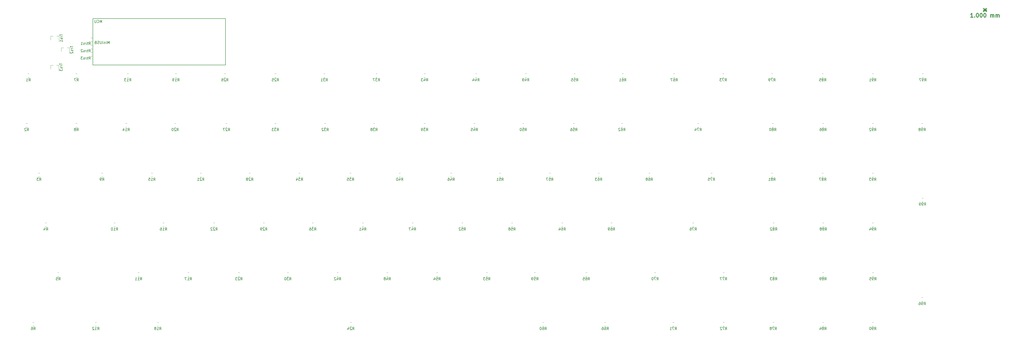
<source format=gbr>
G04 #@! TF.GenerationSoftware,KiCad,Pcbnew,(5.0.0)*
G04 #@! TF.CreationDate,2018-11-22T23:53:18+07:00*
G04 #@! TF.ProjectId,main_board4,6D61696E5F626F617264342E6B696361,1.4*
G04 #@! TF.SameCoordinates,Original*
G04 #@! TF.FileFunction,Legend,Bot*
G04 #@! TF.FilePolarity,Positive*
%FSLAX46Y46*%
G04 Gerber Fmt 4.6, Leading zero omitted, Abs format (unit mm)*
G04 Created by KiCad (PCBNEW (5.0.0)) date 11/22/18 23:53:18*
%MOMM*%
%LPD*%
G01*
G04 APERTURE LIST*
%ADD10C,0.300000*%
%ADD11C,0.150000*%
%ADD12C,0.120000*%
G04 APERTURE END LIST*
D10*
X426857142Y-49778571D02*
X426000000Y-49778571D01*
X426428571Y-49778571D02*
X426428571Y-48278571D01*
X426285714Y-48492857D01*
X426142857Y-48635714D01*
X426000000Y-48707142D01*
X427500000Y-49635714D02*
X427571428Y-49707142D01*
X427500000Y-49778571D01*
X427428571Y-49707142D01*
X427500000Y-49635714D01*
X427500000Y-49778571D01*
X428500000Y-48278571D02*
X428642857Y-48278571D01*
X428785714Y-48350000D01*
X428857142Y-48421428D01*
X428928571Y-48564285D01*
X429000000Y-48850000D01*
X429000000Y-49207142D01*
X428928571Y-49492857D01*
X428857142Y-49635714D01*
X428785714Y-49707142D01*
X428642857Y-49778571D01*
X428500000Y-49778571D01*
X428357142Y-49707142D01*
X428285714Y-49635714D01*
X428214285Y-49492857D01*
X428142857Y-49207142D01*
X428142857Y-48850000D01*
X428214285Y-48564285D01*
X428285714Y-48421428D01*
X428357142Y-48350000D01*
X428500000Y-48278571D01*
X429928571Y-48278571D02*
X430071428Y-48278571D01*
X430214285Y-48350000D01*
X430285714Y-48421428D01*
X430357142Y-48564285D01*
X430428571Y-48850000D01*
X430428571Y-49207142D01*
X430357142Y-49492857D01*
X430285714Y-49635714D01*
X430214285Y-49707142D01*
X430071428Y-49778571D01*
X429928571Y-49778571D01*
X429785714Y-49707142D01*
X429714285Y-49635714D01*
X429642857Y-49492857D01*
X429571428Y-49207142D01*
X429571428Y-48850000D01*
X429642857Y-48564285D01*
X429714285Y-48421428D01*
X429785714Y-48350000D01*
X429928571Y-48278571D01*
X431357142Y-48278571D02*
X431500000Y-48278571D01*
X431642857Y-48350000D01*
X431714285Y-48421428D01*
X431785714Y-48564285D01*
X431857142Y-48850000D01*
X431857142Y-49207142D01*
X431785714Y-49492857D01*
X431714285Y-49635714D01*
X431642857Y-49707142D01*
X431500000Y-49778571D01*
X431357142Y-49778571D01*
X431214285Y-49707142D01*
X431142857Y-49635714D01*
X431071428Y-49492857D01*
X431000000Y-49207142D01*
X431000000Y-48850000D01*
X431071428Y-48564285D01*
X431142857Y-48421428D01*
X431214285Y-48350000D01*
X431357142Y-48278571D01*
X433642857Y-49778571D02*
X433642857Y-48778571D01*
X433642857Y-48921428D02*
X433714285Y-48850000D01*
X433857142Y-48778571D01*
X434071428Y-48778571D01*
X434214285Y-48850000D01*
X434285714Y-48992857D01*
X434285714Y-49778571D01*
X434285714Y-48992857D02*
X434357142Y-48850000D01*
X434500000Y-48778571D01*
X434714285Y-48778571D01*
X434857142Y-48850000D01*
X434928571Y-48992857D01*
X434928571Y-49778571D01*
X435642857Y-49778571D02*
X435642857Y-48778571D01*
X435642857Y-48921428D02*
X435714285Y-48850000D01*
X435857142Y-48778571D01*
X436071428Y-48778571D01*
X436214285Y-48850000D01*
X436285714Y-48992857D01*
X436285714Y-49778571D01*
X436285714Y-48992857D02*
X436357142Y-48850000D01*
X436500000Y-48778571D01*
X436714285Y-48778571D01*
X436857142Y-48850000D01*
X436928571Y-48992857D01*
X436928571Y-49778571D01*
X431000000Y-47000000D02*
X432000000Y-47000000D01*
X431000000Y-47000000D02*
X431000000Y-47586421D01*
X432000000Y-47000000D02*
X432000000Y-47586421D01*
X432000000Y-47000000D02*
X430873496Y-47586421D01*
X432000000Y-47000000D02*
X430873496Y-46413579D01*
X431000000Y-47000000D02*
X432126504Y-47586421D01*
X431000000Y-47000000D02*
X432126504Y-46413579D01*
D11*
G04 #@! TO.C,MCU*
X89845000Y-68081000D02*
X140645000Y-68081000D01*
X140645000Y-68081000D02*
X140645000Y-50301000D01*
X140645000Y-50301000D02*
X89845000Y-50301000D01*
X89845000Y-50301000D02*
X89845000Y-68081000D01*
D12*
G04 #@! TO.C,Trs2*
X77663000Y-61495000D02*
X78593000Y-61495000D01*
X80823000Y-61495000D02*
X79893000Y-61495000D01*
X80823000Y-61495000D02*
X80823000Y-63655000D01*
X77663000Y-61495000D02*
X77663000Y-62955000D01*
G04 #@! TO.C,Rtrs1*
X89029922Y-59139000D02*
X89547078Y-59139000D01*
X89029922Y-57719000D02*
X89547078Y-57719000D01*
G04 #@! TO.C,Trs1*
X73660000Y-57034000D02*
X73660000Y-58494000D01*
X76820000Y-57034000D02*
X76820000Y-59194000D01*
X76820000Y-57034000D02*
X75890000Y-57034000D01*
X73660000Y-57034000D02*
X74590000Y-57034000D01*
G04 #@! TO.C,R66*
X285752922Y-168105000D02*
X286270078Y-168105000D01*
X285752922Y-166685000D02*
X286270078Y-166685000D01*
G04 #@! TO.C,R1*
X64821422Y-72855000D02*
X65338578Y-72855000D01*
X64821422Y-71435000D02*
X65338578Y-71435000D01*
G04 #@! TO.C,R2*
X64186422Y-90485000D02*
X64703578Y-90485000D01*
X64186422Y-91905000D02*
X64703578Y-91905000D01*
G04 #@! TO.C,R3*
X68933922Y-110955000D02*
X69451078Y-110955000D01*
X68933922Y-109535000D02*
X69451078Y-109535000D01*
G04 #@! TO.C,R4*
X71503922Y-128585000D02*
X72021078Y-128585000D01*
X71503922Y-130005000D02*
X72021078Y-130005000D01*
G04 #@! TO.C,R5*
X76251422Y-149055000D02*
X76768578Y-149055000D01*
X76251422Y-147635000D02*
X76768578Y-147635000D01*
G04 #@! TO.C,R6*
X66726422Y-166685000D02*
X67243578Y-166685000D01*
X66726422Y-168105000D02*
X67243578Y-168105000D01*
G04 #@! TO.C,R7*
X83236422Y-71435000D02*
X83753578Y-71435000D01*
X83236422Y-72855000D02*
X83753578Y-72855000D01*
G04 #@! TO.C,R8*
X83236422Y-91905000D02*
X83753578Y-91905000D01*
X83236422Y-90485000D02*
X83753578Y-90485000D01*
G04 #@! TO.C,R9*
X93063922Y-109535000D02*
X93581078Y-109535000D01*
X93063922Y-110955000D02*
X93581078Y-110955000D01*
G04 #@! TO.C,R10*
X97841422Y-130005000D02*
X98358578Y-130005000D01*
X97841422Y-128585000D02*
X98358578Y-128585000D01*
G04 #@! TO.C,R11*
X107033922Y-147635000D02*
X107551078Y-147635000D01*
X107033922Y-149055000D02*
X107551078Y-149055000D01*
G04 #@! TO.C,R12*
X90680922Y-168105000D02*
X91198078Y-168105000D01*
X90680922Y-166685000D02*
X91198078Y-166685000D01*
G04 #@! TO.C,R13*
X102921422Y-71435000D02*
X103438578Y-71435000D01*
X102921422Y-72855000D02*
X103438578Y-72855000D01*
G04 #@! TO.C,R14*
X102286422Y-91905000D02*
X102803578Y-91905000D01*
X102286422Y-90485000D02*
X102803578Y-90485000D01*
G04 #@! TO.C,R15*
X112143922Y-109535000D02*
X112661078Y-109535000D01*
X112143922Y-110955000D02*
X112661078Y-110955000D01*
G04 #@! TO.C,R16*
X116588922Y-128585000D02*
X117106078Y-128585000D01*
X116588922Y-130005000D02*
X117106078Y-130005000D01*
G04 #@! TO.C,R17*
X126113922Y-147635000D02*
X126631078Y-147635000D01*
X126113922Y-149055000D02*
X126631078Y-149055000D01*
G04 #@! TO.C,R18*
X114429922Y-168105000D02*
X114947078Y-168105000D01*
X114429922Y-166685000D02*
X114947078Y-166685000D01*
G04 #@! TO.C,R19*
X121336422Y-72855000D02*
X121853578Y-72855000D01*
X121336422Y-71435000D02*
X121853578Y-71435000D01*
G04 #@! TO.C,R20*
X121033922Y-91905000D02*
X121551078Y-91905000D01*
X121033922Y-90485000D02*
X121551078Y-90485000D01*
G04 #@! TO.C,R21*
X130861422Y-109535000D02*
X131378578Y-109535000D01*
X130861422Y-110955000D02*
X131378578Y-110955000D01*
G04 #@! TO.C,R22*
X135941422Y-128585000D02*
X136458578Y-128585000D01*
X135941422Y-130005000D02*
X136458578Y-130005000D01*
G04 #@! TO.C,R23*
X145466422Y-149055000D02*
X145983578Y-149055000D01*
X145466422Y-147635000D02*
X145983578Y-147635000D01*
G04 #@! TO.C,R24*
X188343922Y-166685000D02*
X188861078Y-166685000D01*
X188343922Y-168105000D02*
X188861078Y-168105000D01*
G04 #@! TO.C,R25*
X159436422Y-72855000D02*
X159953578Y-72855000D01*
X159436422Y-71435000D02*
X159953578Y-71435000D01*
G04 #@! TO.C,R26*
X140083922Y-71435000D02*
X140601078Y-71435000D01*
X140083922Y-72855000D02*
X140601078Y-72855000D01*
G04 #@! TO.C,R27*
X140718922Y-91905000D02*
X141236078Y-91905000D01*
X140718922Y-90485000D02*
X141236078Y-90485000D01*
G04 #@! TO.C,R28*
X149608922Y-109535000D02*
X150126078Y-109535000D01*
X149608922Y-110955000D02*
X150126078Y-110955000D01*
G04 #@! TO.C,R29*
X154991422Y-130005000D02*
X155508578Y-130005000D01*
X154991422Y-128585000D02*
X155508578Y-128585000D01*
G04 #@! TO.C,R30*
X164213922Y-147635000D02*
X164731078Y-147635000D01*
X164213922Y-149055000D02*
X164731078Y-149055000D01*
G04 #@! TO.C,R31*
X178183922Y-71435000D02*
X178701078Y-71435000D01*
X178183922Y-72855000D02*
X178701078Y-72855000D01*
G04 #@! TO.C,R32*
X178486422Y-91905000D02*
X179003578Y-91905000D01*
X178486422Y-90485000D02*
X179003578Y-90485000D01*
G04 #@! TO.C,R33*
X159436422Y-90485000D02*
X159953578Y-90485000D01*
X159436422Y-91905000D02*
X159953578Y-91905000D01*
G04 #@! TO.C,R34*
X168658922Y-110955000D02*
X169176078Y-110955000D01*
X168658922Y-109535000D02*
X169176078Y-109535000D01*
G04 #@! TO.C,R35*
X188216922Y-110955000D02*
X188734078Y-110955000D01*
X188216922Y-109535000D02*
X188734078Y-109535000D01*
G04 #@! TO.C,R36*
X173738922Y-130005000D02*
X174256078Y-130005000D01*
X173738922Y-128585000D02*
X174256078Y-128585000D01*
G04 #@! TO.C,R37*
X198171422Y-72855000D02*
X198688578Y-72855000D01*
X198171422Y-71435000D02*
X198688578Y-71435000D01*
G04 #@! TO.C,R38*
X197233922Y-90485000D02*
X197751078Y-90485000D01*
X197233922Y-91905000D02*
X197751078Y-91905000D01*
G04 #@! TO.C,R39*
X216586422Y-91905000D02*
X217103578Y-91905000D01*
X216586422Y-90485000D02*
X217103578Y-90485000D01*
G04 #@! TO.C,R40*
X207061422Y-110955000D02*
X207578578Y-110955000D01*
X207061422Y-109535000D02*
X207578578Y-109535000D01*
G04 #@! TO.C,R41*
X192915922Y-128585000D02*
X193433078Y-128585000D01*
X192915922Y-130005000D02*
X193433078Y-130005000D01*
G04 #@! TO.C,R42*
X183263922Y-149055000D02*
X183781078Y-149055000D01*
X183263922Y-147635000D02*
X183781078Y-147635000D01*
G04 #@! TO.C,R43*
X216586422Y-71435000D02*
X217103578Y-71435000D01*
X216586422Y-72855000D02*
X217103578Y-72855000D01*
G04 #@! TO.C,R44*
X236271422Y-72855000D02*
X236788578Y-72855000D01*
X236271422Y-71435000D02*
X236788578Y-71435000D01*
G04 #@! TO.C,R45*
X235636422Y-90485000D02*
X236153578Y-90485000D01*
X235636422Y-91905000D02*
X236153578Y-91905000D01*
G04 #@! TO.C,R46*
X226746422Y-110955000D02*
X227263578Y-110955000D01*
X226746422Y-109535000D02*
X227263578Y-109535000D01*
G04 #@! TO.C,R47*
X211965922Y-128585000D02*
X212483078Y-128585000D01*
X211965922Y-130005000D02*
X212483078Y-130005000D01*
G04 #@! TO.C,R48*
X202313922Y-149055000D02*
X202831078Y-149055000D01*
X202313922Y-147635000D02*
X202831078Y-147635000D01*
G04 #@! TO.C,R49*
X255321422Y-72855000D02*
X255838578Y-72855000D01*
X255321422Y-71435000D02*
X255838578Y-71435000D01*
G04 #@! TO.C,R50*
X254383922Y-90485000D02*
X254901078Y-90485000D01*
X254383922Y-91905000D02*
X254901078Y-91905000D01*
G04 #@! TO.C,R51*
X245493922Y-110955000D02*
X246011078Y-110955000D01*
X245493922Y-109535000D02*
X246011078Y-109535000D01*
G04 #@! TO.C,R52*
X231015922Y-128585000D02*
X231533078Y-128585000D01*
X231015922Y-130005000D02*
X231533078Y-130005000D01*
G04 #@! TO.C,R53*
X240413922Y-149055000D02*
X240931078Y-149055000D01*
X240413922Y-147635000D02*
X240931078Y-147635000D01*
G04 #@! TO.C,R54*
X221363922Y-147635000D02*
X221881078Y-147635000D01*
X221363922Y-149055000D02*
X221881078Y-149055000D01*
G04 #@! TO.C,R55*
X274068922Y-72855000D02*
X274586078Y-72855000D01*
X274068922Y-71435000D02*
X274586078Y-71435000D01*
G04 #@! TO.C,R56*
X273736422Y-90485000D02*
X274253578Y-90485000D01*
X273736422Y-91905000D02*
X274253578Y-91905000D01*
G04 #@! TO.C,R57*
X264543922Y-110955000D02*
X265061078Y-110955000D01*
X264543922Y-109535000D02*
X265061078Y-109535000D01*
G04 #@! TO.C,R58*
X250065922Y-128585000D02*
X250583078Y-128585000D01*
X250065922Y-130005000D02*
X250583078Y-130005000D01*
G04 #@! TO.C,R59*
X258828922Y-147635000D02*
X259346078Y-147635000D01*
X258828922Y-149055000D02*
X259346078Y-149055000D01*
G04 #@! TO.C,R60*
X262003922Y-168105000D02*
X262521078Y-168105000D01*
X262003922Y-166685000D02*
X262521078Y-166685000D01*
G04 #@! TO.C,R61*
X292483922Y-71435000D02*
X293001078Y-71435000D01*
X292483922Y-72855000D02*
X293001078Y-72855000D01*
G04 #@! TO.C,R62*
X292151422Y-91905000D02*
X292668578Y-91905000D01*
X292151422Y-90485000D02*
X292668578Y-90485000D01*
G04 #@! TO.C,R63*
X283261422Y-109535000D02*
X283778578Y-109535000D01*
X283261422Y-110955000D02*
X283778578Y-110955000D01*
G04 #@! TO.C,R64*
X269291422Y-130005000D02*
X269808578Y-130005000D01*
X269291422Y-128585000D02*
X269808578Y-128585000D01*
G04 #@! TO.C,R65*
X278513922Y-147635000D02*
X279031078Y-147635000D01*
X278513922Y-149055000D02*
X279031078Y-149055000D01*
G04 #@! TO.C,R67*
X312168922Y-71435000D02*
X312686078Y-71435000D01*
X312168922Y-72855000D02*
X312686078Y-72855000D01*
G04 #@! TO.C,R68*
X302643922Y-110955000D02*
X303161078Y-110955000D01*
X302643922Y-109535000D02*
X303161078Y-109535000D01*
G04 #@! TO.C,R69*
X288165922Y-128585000D02*
X288683078Y-128585000D01*
X288165922Y-130005000D02*
X288683078Y-130005000D01*
G04 #@! TO.C,R70*
X304851422Y-149055000D02*
X305368578Y-149055000D01*
X304851422Y-147635000D02*
X305368578Y-147635000D01*
G04 #@! TO.C,R71*
X311836422Y-166685000D02*
X312353578Y-166685000D01*
X311836422Y-168105000D02*
X312353578Y-168105000D01*
G04 #@! TO.C,R72*
X331091922Y-166685000D02*
X331609078Y-166685000D01*
X331091922Y-168105000D02*
X331609078Y-168105000D01*
G04 #@! TO.C,R73*
X330964922Y-71435000D02*
X331482078Y-71435000D01*
X330964922Y-72855000D02*
X331482078Y-72855000D01*
G04 #@! TO.C,R74*
X321361422Y-91905000D02*
X321878578Y-91905000D01*
X321361422Y-90485000D02*
X321878578Y-90485000D01*
G04 #@! TO.C,R75*
X326441422Y-109535000D02*
X326958578Y-109535000D01*
X326441422Y-110955000D02*
X326958578Y-110955000D01*
G04 #@! TO.C,R76*
X319456422Y-130005000D02*
X319973578Y-130005000D01*
X319456422Y-128585000D02*
X319973578Y-128585000D01*
G04 #@! TO.C,R77*
X331091922Y-147635000D02*
X331609078Y-147635000D01*
X331091922Y-149055000D02*
X331609078Y-149055000D01*
G04 #@! TO.C,R78*
X350141922Y-168105000D02*
X350659078Y-168105000D01*
X350141922Y-166685000D02*
X350659078Y-166685000D01*
G04 #@! TO.C,R79*
X349633922Y-71435000D02*
X350151078Y-71435000D01*
X349633922Y-72855000D02*
X350151078Y-72855000D01*
G04 #@! TO.C,R80*
X349936422Y-91905000D02*
X350453578Y-91905000D01*
X349936422Y-90485000D02*
X350453578Y-90485000D01*
G04 #@! TO.C,R81*
X349633922Y-109535000D02*
X350151078Y-109535000D01*
X349633922Y-110955000D02*
X350151078Y-110955000D01*
G04 #@! TO.C,R82*
X350268922Y-130005000D02*
X350786078Y-130005000D01*
X350268922Y-128585000D02*
X350786078Y-128585000D01*
G04 #@! TO.C,R83*
X350268922Y-147635000D02*
X350786078Y-147635000D01*
X350268922Y-149055000D02*
X350786078Y-149055000D01*
G04 #@! TO.C,R84*
X369191922Y-168105000D02*
X369709078Y-168105000D01*
X369191922Y-166685000D02*
X369709078Y-166685000D01*
G04 #@! TO.C,Rtrs2*
X89029922Y-61933000D02*
X89547078Y-61933000D01*
X89029922Y-60513000D02*
X89547078Y-60513000D01*
G04 #@! TO.C,Rtrs3*
X89029922Y-63307000D02*
X89547078Y-63307000D01*
X89029922Y-64727000D02*
X89547078Y-64727000D01*
G04 #@! TO.C,Trs3*
X73599000Y-68146500D02*
X74529000Y-68146500D01*
X76759000Y-68146500D02*
X75829000Y-68146500D01*
X76759000Y-68146500D02*
X76759000Y-70306500D01*
X73599000Y-68146500D02*
X73599000Y-69606500D01*
G04 #@! TO.C,R85*
X369064922Y-72855000D02*
X369582078Y-72855000D01*
X369064922Y-71435000D02*
X369582078Y-71435000D01*
G04 #@! TO.C,R86*
X369191922Y-90485000D02*
X369709078Y-90485000D01*
X369191922Y-91905000D02*
X369709078Y-91905000D01*
G04 #@! TO.C,R87*
X369064922Y-110955000D02*
X369582078Y-110955000D01*
X369064922Y-109535000D02*
X369582078Y-109535000D01*
G04 #@! TO.C,R88*
X369288922Y-128585000D02*
X369806078Y-128585000D01*
X369288922Y-130005000D02*
X369806078Y-130005000D01*
G04 #@! TO.C,R89*
X369191922Y-149055000D02*
X369709078Y-149055000D01*
X369191922Y-147635000D02*
X369709078Y-147635000D01*
G04 #@! TO.C,R90*
X388241922Y-166685000D02*
X388759078Y-166685000D01*
X388241922Y-168105000D02*
X388759078Y-168105000D01*
G04 #@! TO.C,R91*
X388241922Y-72855000D02*
X388759078Y-72855000D01*
X388241922Y-71435000D02*
X388759078Y-71435000D01*
G04 #@! TO.C,R92*
X388241922Y-90485000D02*
X388759078Y-90485000D01*
X388241922Y-91905000D02*
X388759078Y-91905000D01*
G04 #@! TO.C,R93*
X388241922Y-110955000D02*
X388759078Y-110955000D01*
X388241922Y-109535000D02*
X388759078Y-109535000D01*
G04 #@! TO.C,R94*
X388241922Y-130005000D02*
X388759078Y-130005000D01*
X388241922Y-128585000D02*
X388759078Y-128585000D01*
G04 #@! TO.C,R95*
X388290422Y-147635000D02*
X388807578Y-147635000D01*
X388290422Y-149055000D02*
X388807578Y-149055000D01*
G04 #@! TO.C,R96*
X407164922Y-158580000D02*
X407682078Y-158580000D01*
X407164922Y-157160000D02*
X407682078Y-157160000D01*
G04 #@! TO.C,R97*
X407418922Y-71435000D02*
X407936078Y-71435000D01*
X407418922Y-72855000D02*
X407936078Y-72855000D01*
G04 #@! TO.C,R98*
X407164922Y-91905000D02*
X407682078Y-91905000D01*
X407164922Y-90485000D02*
X407682078Y-90485000D01*
G04 #@! TO.C,R99*
X407291922Y-119060000D02*
X407809078Y-119060000D01*
X407291922Y-120480000D02*
X407809078Y-120480000D01*
G04 #@! TO.C,MCU*
D11*
X93234142Y-51896380D02*
X93234142Y-50896380D01*
X92900809Y-51610666D01*
X92567476Y-50896380D01*
X92567476Y-51896380D01*
X91519857Y-51801142D02*
X91567476Y-51848761D01*
X91710333Y-51896380D01*
X91805571Y-51896380D01*
X91948428Y-51848761D01*
X92043666Y-51753523D01*
X92091285Y-51658285D01*
X92138904Y-51467809D01*
X92138904Y-51324952D01*
X92091285Y-51134476D01*
X92043666Y-51039238D01*
X91948428Y-50944000D01*
X91805571Y-50896380D01*
X91710333Y-50896380D01*
X91567476Y-50944000D01*
X91519857Y-50991619D01*
X91091285Y-50896380D02*
X91091285Y-51705904D01*
X91043666Y-51801142D01*
X90996047Y-51848761D01*
X90900809Y-51896380D01*
X90710333Y-51896380D01*
X90615095Y-51848761D01*
X90567476Y-51801142D01*
X90519857Y-51705904D01*
X90519857Y-50896380D01*
X96162904Y-59960880D02*
X96162904Y-58960880D01*
X95829571Y-59675166D01*
X95496238Y-58960880D01*
X95496238Y-59960880D01*
X95020047Y-59960880D02*
X95020047Y-59294214D01*
X95020047Y-58960880D02*
X95067666Y-59008500D01*
X95020047Y-59056119D01*
X94972428Y-59008500D01*
X95020047Y-58960880D01*
X95020047Y-59056119D01*
X94543857Y-59294214D02*
X94543857Y-59960880D01*
X94543857Y-59389452D02*
X94496238Y-59341833D01*
X94401000Y-59294214D01*
X94258142Y-59294214D01*
X94162904Y-59341833D01*
X94115285Y-59437071D01*
X94115285Y-59960880D01*
X93639095Y-59960880D02*
X93639095Y-59294214D01*
X93639095Y-58960880D02*
X93686714Y-59008500D01*
X93639095Y-59056119D01*
X93591476Y-59008500D01*
X93639095Y-58960880D01*
X93639095Y-59056119D01*
X93162904Y-58960880D02*
X93162904Y-59770404D01*
X93115285Y-59865642D01*
X93067666Y-59913261D01*
X92972428Y-59960880D01*
X92781952Y-59960880D01*
X92686714Y-59913261D01*
X92639095Y-59865642D01*
X92591476Y-59770404D01*
X92591476Y-58960880D01*
X92162904Y-59913261D02*
X92020047Y-59960880D01*
X91781952Y-59960880D01*
X91686714Y-59913261D01*
X91639095Y-59865642D01*
X91591476Y-59770404D01*
X91591476Y-59675166D01*
X91639095Y-59579928D01*
X91686714Y-59532309D01*
X91781952Y-59484690D01*
X91972428Y-59437071D01*
X92067666Y-59389452D01*
X92115285Y-59341833D01*
X92162904Y-59246595D01*
X92162904Y-59151357D01*
X92115285Y-59056119D01*
X92067666Y-59008500D01*
X91972428Y-58960880D01*
X91734333Y-58960880D01*
X91591476Y-59008500D01*
X90829571Y-59437071D02*
X90686714Y-59484690D01*
X90639095Y-59532309D01*
X90591476Y-59627547D01*
X90591476Y-59770404D01*
X90639095Y-59865642D01*
X90686714Y-59913261D01*
X90781952Y-59960880D01*
X91162904Y-59960880D01*
X91162904Y-58960880D01*
X90829571Y-58960880D01*
X90734333Y-59008500D01*
X90686714Y-59056119D01*
X90639095Y-59151357D01*
X90639095Y-59246595D01*
X90686714Y-59341833D01*
X90734333Y-59389452D01*
X90829571Y-59437071D01*
X91162904Y-59437071D01*
G04 #@! TO.C,Trs2*
X81195380Y-60778809D02*
X81195380Y-61350238D01*
X82195380Y-61064523D02*
X81195380Y-61064523D01*
X82195380Y-61683571D02*
X81528714Y-61683571D01*
X81719190Y-61683571D02*
X81623952Y-61731190D01*
X81576333Y-61778809D01*
X81528714Y-61874047D01*
X81528714Y-61969285D01*
X82147761Y-62255000D02*
X82195380Y-62350238D01*
X82195380Y-62540714D01*
X82147761Y-62635952D01*
X82052523Y-62683571D01*
X82004904Y-62683571D01*
X81909666Y-62635952D01*
X81862047Y-62540714D01*
X81862047Y-62397857D01*
X81814428Y-62302619D01*
X81719190Y-62255000D01*
X81671571Y-62255000D01*
X81576333Y-62302619D01*
X81528714Y-62397857D01*
X81528714Y-62540714D01*
X81576333Y-62635952D01*
X81290619Y-63064523D02*
X81243000Y-63112142D01*
X81195380Y-63207380D01*
X81195380Y-63445476D01*
X81243000Y-63540714D01*
X81290619Y-63588333D01*
X81385857Y-63635952D01*
X81481095Y-63635952D01*
X81623952Y-63588333D01*
X82195380Y-63016904D01*
X82195380Y-63635952D01*
G04 #@! TO.C,Rtrs1*
X88217666Y-60278380D02*
X88551000Y-59802190D01*
X88789095Y-60278380D02*
X88789095Y-59278380D01*
X88408142Y-59278380D01*
X88312904Y-59326000D01*
X88265285Y-59373619D01*
X88217666Y-59468857D01*
X88217666Y-59611714D01*
X88265285Y-59706952D01*
X88312904Y-59754571D01*
X88408142Y-59802190D01*
X88789095Y-59802190D01*
X87931952Y-59611714D02*
X87551000Y-59611714D01*
X87789095Y-59278380D02*
X87789095Y-60135523D01*
X87741476Y-60230761D01*
X87646238Y-60278380D01*
X87551000Y-60278380D01*
X87217666Y-60278380D02*
X87217666Y-59611714D01*
X87217666Y-59802190D02*
X87170047Y-59706952D01*
X87122428Y-59659333D01*
X87027190Y-59611714D01*
X86931952Y-59611714D01*
X86646238Y-60230761D02*
X86551000Y-60278380D01*
X86360523Y-60278380D01*
X86265285Y-60230761D01*
X86217666Y-60135523D01*
X86217666Y-60087904D01*
X86265285Y-59992666D01*
X86360523Y-59945047D01*
X86503380Y-59945047D01*
X86598619Y-59897428D01*
X86646238Y-59802190D01*
X86646238Y-59754571D01*
X86598619Y-59659333D01*
X86503380Y-59611714D01*
X86360523Y-59611714D01*
X86265285Y-59659333D01*
X85265285Y-60278380D02*
X85836714Y-60278380D01*
X85551000Y-60278380D02*
X85551000Y-59278380D01*
X85646238Y-59421238D01*
X85741476Y-59516476D01*
X85836714Y-59564095D01*
G04 #@! TO.C,Trs1*
X77192380Y-56317809D02*
X77192380Y-56889238D01*
X78192380Y-56603523D02*
X77192380Y-56603523D01*
X78192380Y-57222571D02*
X77525714Y-57222571D01*
X77716190Y-57222571D02*
X77620952Y-57270190D01*
X77573333Y-57317809D01*
X77525714Y-57413047D01*
X77525714Y-57508285D01*
X78144761Y-57794000D02*
X78192380Y-57889238D01*
X78192380Y-58079714D01*
X78144761Y-58174952D01*
X78049523Y-58222571D01*
X78001904Y-58222571D01*
X77906666Y-58174952D01*
X77859047Y-58079714D01*
X77859047Y-57936857D01*
X77811428Y-57841619D01*
X77716190Y-57794000D01*
X77668571Y-57794000D01*
X77573333Y-57841619D01*
X77525714Y-57936857D01*
X77525714Y-58079714D01*
X77573333Y-58174952D01*
X78192380Y-59174952D02*
X78192380Y-58603523D01*
X78192380Y-58889238D02*
X77192380Y-58889238D01*
X77335238Y-58794000D01*
X77430476Y-58698761D01*
X77478095Y-58603523D01*
G04 #@! TO.C,R66*
X286654357Y-169497380D02*
X286987690Y-169021190D01*
X287225785Y-169497380D02*
X287225785Y-168497380D01*
X286844833Y-168497380D01*
X286749595Y-168545000D01*
X286701976Y-168592619D01*
X286654357Y-168687857D01*
X286654357Y-168830714D01*
X286701976Y-168925952D01*
X286749595Y-168973571D01*
X286844833Y-169021190D01*
X287225785Y-169021190D01*
X285797214Y-168497380D02*
X285987690Y-168497380D01*
X286082928Y-168545000D01*
X286130547Y-168592619D01*
X286225785Y-168735476D01*
X286273404Y-168925952D01*
X286273404Y-169306904D01*
X286225785Y-169402142D01*
X286178166Y-169449761D01*
X286082928Y-169497380D01*
X285892452Y-169497380D01*
X285797214Y-169449761D01*
X285749595Y-169402142D01*
X285701976Y-169306904D01*
X285701976Y-169068809D01*
X285749595Y-168973571D01*
X285797214Y-168925952D01*
X285892452Y-168878333D01*
X286082928Y-168878333D01*
X286178166Y-168925952D01*
X286225785Y-168973571D01*
X286273404Y-169068809D01*
X284844833Y-168497380D02*
X285035309Y-168497380D01*
X285130547Y-168545000D01*
X285178166Y-168592619D01*
X285273404Y-168735476D01*
X285321023Y-168925952D01*
X285321023Y-169306904D01*
X285273404Y-169402142D01*
X285225785Y-169449761D01*
X285130547Y-169497380D01*
X284940071Y-169497380D01*
X284844833Y-169449761D01*
X284797214Y-169402142D01*
X284749595Y-169306904D01*
X284749595Y-169068809D01*
X284797214Y-168973571D01*
X284844833Y-168925952D01*
X284940071Y-168878333D01*
X285130547Y-168878333D01*
X285225785Y-168925952D01*
X285273404Y-168973571D01*
X285321023Y-169068809D01*
G04 #@! TO.C,R1*
X65246666Y-74247380D02*
X65580000Y-73771190D01*
X65818095Y-74247380D02*
X65818095Y-73247380D01*
X65437142Y-73247380D01*
X65341904Y-73295000D01*
X65294285Y-73342619D01*
X65246666Y-73437857D01*
X65246666Y-73580714D01*
X65294285Y-73675952D01*
X65341904Y-73723571D01*
X65437142Y-73771190D01*
X65818095Y-73771190D01*
X64294285Y-74247380D02*
X64865714Y-74247380D01*
X64580000Y-74247380D02*
X64580000Y-73247380D01*
X64675238Y-73390238D01*
X64770476Y-73485476D01*
X64865714Y-73533095D01*
G04 #@! TO.C,R2*
X64611666Y-93297380D02*
X64945000Y-92821190D01*
X65183095Y-93297380D02*
X65183095Y-92297380D01*
X64802142Y-92297380D01*
X64706904Y-92345000D01*
X64659285Y-92392619D01*
X64611666Y-92487857D01*
X64611666Y-92630714D01*
X64659285Y-92725952D01*
X64706904Y-92773571D01*
X64802142Y-92821190D01*
X65183095Y-92821190D01*
X64230714Y-92392619D02*
X64183095Y-92345000D01*
X64087857Y-92297380D01*
X63849761Y-92297380D01*
X63754523Y-92345000D01*
X63706904Y-92392619D01*
X63659285Y-92487857D01*
X63659285Y-92583095D01*
X63706904Y-92725952D01*
X64278333Y-93297380D01*
X63659285Y-93297380D01*
G04 #@! TO.C,R3*
X69359166Y-112347380D02*
X69692500Y-111871190D01*
X69930595Y-112347380D02*
X69930595Y-111347380D01*
X69549642Y-111347380D01*
X69454404Y-111395000D01*
X69406785Y-111442619D01*
X69359166Y-111537857D01*
X69359166Y-111680714D01*
X69406785Y-111775952D01*
X69454404Y-111823571D01*
X69549642Y-111871190D01*
X69930595Y-111871190D01*
X69025833Y-111347380D02*
X68406785Y-111347380D01*
X68740119Y-111728333D01*
X68597261Y-111728333D01*
X68502023Y-111775952D01*
X68454404Y-111823571D01*
X68406785Y-111918809D01*
X68406785Y-112156904D01*
X68454404Y-112252142D01*
X68502023Y-112299761D01*
X68597261Y-112347380D01*
X68882976Y-112347380D01*
X68978214Y-112299761D01*
X69025833Y-112252142D01*
G04 #@! TO.C,R4*
X71929166Y-131397380D02*
X72262500Y-130921190D01*
X72500595Y-131397380D02*
X72500595Y-130397380D01*
X72119642Y-130397380D01*
X72024404Y-130445000D01*
X71976785Y-130492619D01*
X71929166Y-130587857D01*
X71929166Y-130730714D01*
X71976785Y-130825952D01*
X72024404Y-130873571D01*
X72119642Y-130921190D01*
X72500595Y-130921190D01*
X71072023Y-130730714D02*
X71072023Y-131397380D01*
X71310119Y-130349761D02*
X71548214Y-131064047D01*
X70929166Y-131064047D01*
G04 #@! TO.C,R5*
X76676666Y-150447380D02*
X77010000Y-149971190D01*
X77248095Y-150447380D02*
X77248095Y-149447380D01*
X76867142Y-149447380D01*
X76771904Y-149495000D01*
X76724285Y-149542619D01*
X76676666Y-149637857D01*
X76676666Y-149780714D01*
X76724285Y-149875952D01*
X76771904Y-149923571D01*
X76867142Y-149971190D01*
X77248095Y-149971190D01*
X75771904Y-149447380D02*
X76248095Y-149447380D01*
X76295714Y-149923571D01*
X76248095Y-149875952D01*
X76152857Y-149828333D01*
X75914761Y-149828333D01*
X75819523Y-149875952D01*
X75771904Y-149923571D01*
X75724285Y-150018809D01*
X75724285Y-150256904D01*
X75771904Y-150352142D01*
X75819523Y-150399761D01*
X75914761Y-150447380D01*
X76152857Y-150447380D01*
X76248095Y-150399761D01*
X76295714Y-150352142D01*
G04 #@! TO.C,R6*
X67151666Y-169497380D02*
X67485000Y-169021190D01*
X67723095Y-169497380D02*
X67723095Y-168497380D01*
X67342142Y-168497380D01*
X67246904Y-168545000D01*
X67199285Y-168592619D01*
X67151666Y-168687857D01*
X67151666Y-168830714D01*
X67199285Y-168925952D01*
X67246904Y-168973571D01*
X67342142Y-169021190D01*
X67723095Y-169021190D01*
X66294523Y-168497380D02*
X66485000Y-168497380D01*
X66580238Y-168545000D01*
X66627857Y-168592619D01*
X66723095Y-168735476D01*
X66770714Y-168925952D01*
X66770714Y-169306904D01*
X66723095Y-169402142D01*
X66675476Y-169449761D01*
X66580238Y-169497380D01*
X66389761Y-169497380D01*
X66294523Y-169449761D01*
X66246904Y-169402142D01*
X66199285Y-169306904D01*
X66199285Y-169068809D01*
X66246904Y-168973571D01*
X66294523Y-168925952D01*
X66389761Y-168878333D01*
X66580238Y-168878333D01*
X66675476Y-168925952D01*
X66723095Y-168973571D01*
X66770714Y-169068809D01*
G04 #@! TO.C,R7*
X83661666Y-74247380D02*
X83995000Y-73771190D01*
X84233095Y-74247380D02*
X84233095Y-73247380D01*
X83852142Y-73247380D01*
X83756904Y-73295000D01*
X83709285Y-73342619D01*
X83661666Y-73437857D01*
X83661666Y-73580714D01*
X83709285Y-73675952D01*
X83756904Y-73723571D01*
X83852142Y-73771190D01*
X84233095Y-73771190D01*
X83328333Y-73247380D02*
X82661666Y-73247380D01*
X83090238Y-74247380D01*
G04 #@! TO.C,R8*
X83661666Y-93297380D02*
X83995000Y-92821190D01*
X84233095Y-93297380D02*
X84233095Y-92297380D01*
X83852142Y-92297380D01*
X83756904Y-92345000D01*
X83709285Y-92392619D01*
X83661666Y-92487857D01*
X83661666Y-92630714D01*
X83709285Y-92725952D01*
X83756904Y-92773571D01*
X83852142Y-92821190D01*
X84233095Y-92821190D01*
X83090238Y-92725952D02*
X83185476Y-92678333D01*
X83233095Y-92630714D01*
X83280714Y-92535476D01*
X83280714Y-92487857D01*
X83233095Y-92392619D01*
X83185476Y-92345000D01*
X83090238Y-92297380D01*
X82899761Y-92297380D01*
X82804523Y-92345000D01*
X82756904Y-92392619D01*
X82709285Y-92487857D01*
X82709285Y-92535476D01*
X82756904Y-92630714D01*
X82804523Y-92678333D01*
X82899761Y-92725952D01*
X83090238Y-92725952D01*
X83185476Y-92773571D01*
X83233095Y-92821190D01*
X83280714Y-92916428D01*
X83280714Y-93106904D01*
X83233095Y-93202142D01*
X83185476Y-93249761D01*
X83090238Y-93297380D01*
X82899761Y-93297380D01*
X82804523Y-93249761D01*
X82756904Y-93202142D01*
X82709285Y-93106904D01*
X82709285Y-92916428D01*
X82756904Y-92821190D01*
X82804523Y-92773571D01*
X82899761Y-92725952D01*
G04 #@! TO.C,R9*
X93489166Y-112347380D02*
X93822500Y-111871190D01*
X94060595Y-112347380D02*
X94060595Y-111347380D01*
X93679642Y-111347380D01*
X93584404Y-111395000D01*
X93536785Y-111442619D01*
X93489166Y-111537857D01*
X93489166Y-111680714D01*
X93536785Y-111775952D01*
X93584404Y-111823571D01*
X93679642Y-111871190D01*
X94060595Y-111871190D01*
X93012976Y-112347380D02*
X92822500Y-112347380D01*
X92727261Y-112299761D01*
X92679642Y-112252142D01*
X92584404Y-112109285D01*
X92536785Y-111918809D01*
X92536785Y-111537857D01*
X92584404Y-111442619D01*
X92632023Y-111395000D01*
X92727261Y-111347380D01*
X92917738Y-111347380D01*
X93012976Y-111395000D01*
X93060595Y-111442619D01*
X93108214Y-111537857D01*
X93108214Y-111775952D01*
X93060595Y-111871190D01*
X93012976Y-111918809D01*
X92917738Y-111966428D01*
X92727261Y-111966428D01*
X92632023Y-111918809D01*
X92584404Y-111871190D01*
X92536785Y-111775952D01*
G04 #@! TO.C,R10*
X98742857Y-131397380D02*
X99076190Y-130921190D01*
X99314285Y-131397380D02*
X99314285Y-130397380D01*
X98933333Y-130397380D01*
X98838095Y-130445000D01*
X98790476Y-130492619D01*
X98742857Y-130587857D01*
X98742857Y-130730714D01*
X98790476Y-130825952D01*
X98838095Y-130873571D01*
X98933333Y-130921190D01*
X99314285Y-130921190D01*
X97790476Y-131397380D02*
X98361904Y-131397380D01*
X98076190Y-131397380D02*
X98076190Y-130397380D01*
X98171428Y-130540238D01*
X98266666Y-130635476D01*
X98361904Y-130683095D01*
X97171428Y-130397380D02*
X97076190Y-130397380D01*
X96980952Y-130445000D01*
X96933333Y-130492619D01*
X96885714Y-130587857D01*
X96838095Y-130778333D01*
X96838095Y-131016428D01*
X96885714Y-131206904D01*
X96933333Y-131302142D01*
X96980952Y-131349761D01*
X97076190Y-131397380D01*
X97171428Y-131397380D01*
X97266666Y-131349761D01*
X97314285Y-131302142D01*
X97361904Y-131206904D01*
X97409523Y-131016428D01*
X97409523Y-130778333D01*
X97361904Y-130587857D01*
X97314285Y-130492619D01*
X97266666Y-130445000D01*
X97171428Y-130397380D01*
G04 #@! TO.C,R11*
X107935357Y-150447380D02*
X108268690Y-149971190D01*
X108506785Y-150447380D02*
X108506785Y-149447380D01*
X108125833Y-149447380D01*
X108030595Y-149495000D01*
X107982976Y-149542619D01*
X107935357Y-149637857D01*
X107935357Y-149780714D01*
X107982976Y-149875952D01*
X108030595Y-149923571D01*
X108125833Y-149971190D01*
X108506785Y-149971190D01*
X106982976Y-150447380D02*
X107554404Y-150447380D01*
X107268690Y-150447380D02*
X107268690Y-149447380D01*
X107363928Y-149590238D01*
X107459166Y-149685476D01*
X107554404Y-149733095D01*
X106030595Y-150447380D02*
X106602023Y-150447380D01*
X106316309Y-150447380D02*
X106316309Y-149447380D01*
X106411547Y-149590238D01*
X106506785Y-149685476D01*
X106602023Y-149733095D01*
G04 #@! TO.C,R12*
X91582357Y-169497380D02*
X91915690Y-169021190D01*
X92153785Y-169497380D02*
X92153785Y-168497380D01*
X91772833Y-168497380D01*
X91677595Y-168545000D01*
X91629976Y-168592619D01*
X91582357Y-168687857D01*
X91582357Y-168830714D01*
X91629976Y-168925952D01*
X91677595Y-168973571D01*
X91772833Y-169021190D01*
X92153785Y-169021190D01*
X90629976Y-169497380D02*
X91201404Y-169497380D01*
X90915690Y-169497380D02*
X90915690Y-168497380D01*
X91010928Y-168640238D01*
X91106166Y-168735476D01*
X91201404Y-168783095D01*
X90249023Y-168592619D02*
X90201404Y-168545000D01*
X90106166Y-168497380D01*
X89868071Y-168497380D01*
X89772833Y-168545000D01*
X89725214Y-168592619D01*
X89677595Y-168687857D01*
X89677595Y-168783095D01*
X89725214Y-168925952D01*
X90296642Y-169497380D01*
X89677595Y-169497380D01*
G04 #@! TO.C,R13*
X103822857Y-74247380D02*
X104156190Y-73771190D01*
X104394285Y-74247380D02*
X104394285Y-73247380D01*
X104013333Y-73247380D01*
X103918095Y-73295000D01*
X103870476Y-73342619D01*
X103822857Y-73437857D01*
X103822857Y-73580714D01*
X103870476Y-73675952D01*
X103918095Y-73723571D01*
X104013333Y-73771190D01*
X104394285Y-73771190D01*
X102870476Y-74247380D02*
X103441904Y-74247380D01*
X103156190Y-74247380D02*
X103156190Y-73247380D01*
X103251428Y-73390238D01*
X103346666Y-73485476D01*
X103441904Y-73533095D01*
X102537142Y-73247380D02*
X101918095Y-73247380D01*
X102251428Y-73628333D01*
X102108571Y-73628333D01*
X102013333Y-73675952D01*
X101965714Y-73723571D01*
X101918095Y-73818809D01*
X101918095Y-74056904D01*
X101965714Y-74152142D01*
X102013333Y-74199761D01*
X102108571Y-74247380D01*
X102394285Y-74247380D01*
X102489523Y-74199761D01*
X102537142Y-74152142D01*
G04 #@! TO.C,R14*
X103187857Y-93297380D02*
X103521190Y-92821190D01*
X103759285Y-93297380D02*
X103759285Y-92297380D01*
X103378333Y-92297380D01*
X103283095Y-92345000D01*
X103235476Y-92392619D01*
X103187857Y-92487857D01*
X103187857Y-92630714D01*
X103235476Y-92725952D01*
X103283095Y-92773571D01*
X103378333Y-92821190D01*
X103759285Y-92821190D01*
X102235476Y-93297380D02*
X102806904Y-93297380D01*
X102521190Y-93297380D02*
X102521190Y-92297380D01*
X102616428Y-92440238D01*
X102711666Y-92535476D01*
X102806904Y-92583095D01*
X101378333Y-92630714D02*
X101378333Y-93297380D01*
X101616428Y-92249761D02*
X101854523Y-92964047D01*
X101235476Y-92964047D01*
G04 #@! TO.C,R15*
X113045357Y-112347380D02*
X113378690Y-111871190D01*
X113616785Y-112347380D02*
X113616785Y-111347380D01*
X113235833Y-111347380D01*
X113140595Y-111395000D01*
X113092976Y-111442619D01*
X113045357Y-111537857D01*
X113045357Y-111680714D01*
X113092976Y-111775952D01*
X113140595Y-111823571D01*
X113235833Y-111871190D01*
X113616785Y-111871190D01*
X112092976Y-112347380D02*
X112664404Y-112347380D01*
X112378690Y-112347380D02*
X112378690Y-111347380D01*
X112473928Y-111490238D01*
X112569166Y-111585476D01*
X112664404Y-111633095D01*
X111188214Y-111347380D02*
X111664404Y-111347380D01*
X111712023Y-111823571D01*
X111664404Y-111775952D01*
X111569166Y-111728333D01*
X111331071Y-111728333D01*
X111235833Y-111775952D01*
X111188214Y-111823571D01*
X111140595Y-111918809D01*
X111140595Y-112156904D01*
X111188214Y-112252142D01*
X111235833Y-112299761D01*
X111331071Y-112347380D01*
X111569166Y-112347380D01*
X111664404Y-112299761D01*
X111712023Y-112252142D01*
G04 #@! TO.C,R16*
X117490357Y-131397380D02*
X117823690Y-130921190D01*
X118061785Y-131397380D02*
X118061785Y-130397380D01*
X117680833Y-130397380D01*
X117585595Y-130445000D01*
X117537976Y-130492619D01*
X117490357Y-130587857D01*
X117490357Y-130730714D01*
X117537976Y-130825952D01*
X117585595Y-130873571D01*
X117680833Y-130921190D01*
X118061785Y-130921190D01*
X116537976Y-131397380D02*
X117109404Y-131397380D01*
X116823690Y-131397380D02*
X116823690Y-130397380D01*
X116918928Y-130540238D01*
X117014166Y-130635476D01*
X117109404Y-130683095D01*
X115680833Y-130397380D02*
X115871309Y-130397380D01*
X115966547Y-130445000D01*
X116014166Y-130492619D01*
X116109404Y-130635476D01*
X116157023Y-130825952D01*
X116157023Y-131206904D01*
X116109404Y-131302142D01*
X116061785Y-131349761D01*
X115966547Y-131397380D01*
X115776071Y-131397380D01*
X115680833Y-131349761D01*
X115633214Y-131302142D01*
X115585595Y-131206904D01*
X115585595Y-130968809D01*
X115633214Y-130873571D01*
X115680833Y-130825952D01*
X115776071Y-130778333D01*
X115966547Y-130778333D01*
X116061785Y-130825952D01*
X116109404Y-130873571D01*
X116157023Y-130968809D01*
G04 #@! TO.C,R17*
X127015357Y-150447380D02*
X127348690Y-149971190D01*
X127586785Y-150447380D02*
X127586785Y-149447380D01*
X127205833Y-149447380D01*
X127110595Y-149495000D01*
X127062976Y-149542619D01*
X127015357Y-149637857D01*
X127015357Y-149780714D01*
X127062976Y-149875952D01*
X127110595Y-149923571D01*
X127205833Y-149971190D01*
X127586785Y-149971190D01*
X126062976Y-150447380D02*
X126634404Y-150447380D01*
X126348690Y-150447380D02*
X126348690Y-149447380D01*
X126443928Y-149590238D01*
X126539166Y-149685476D01*
X126634404Y-149733095D01*
X125729642Y-149447380D02*
X125062976Y-149447380D01*
X125491547Y-150447380D01*
G04 #@! TO.C,R18*
X115331357Y-169497380D02*
X115664690Y-169021190D01*
X115902785Y-169497380D02*
X115902785Y-168497380D01*
X115521833Y-168497380D01*
X115426595Y-168545000D01*
X115378976Y-168592619D01*
X115331357Y-168687857D01*
X115331357Y-168830714D01*
X115378976Y-168925952D01*
X115426595Y-168973571D01*
X115521833Y-169021190D01*
X115902785Y-169021190D01*
X114378976Y-169497380D02*
X114950404Y-169497380D01*
X114664690Y-169497380D02*
X114664690Y-168497380D01*
X114759928Y-168640238D01*
X114855166Y-168735476D01*
X114950404Y-168783095D01*
X113807547Y-168925952D02*
X113902785Y-168878333D01*
X113950404Y-168830714D01*
X113998023Y-168735476D01*
X113998023Y-168687857D01*
X113950404Y-168592619D01*
X113902785Y-168545000D01*
X113807547Y-168497380D01*
X113617071Y-168497380D01*
X113521833Y-168545000D01*
X113474214Y-168592619D01*
X113426595Y-168687857D01*
X113426595Y-168735476D01*
X113474214Y-168830714D01*
X113521833Y-168878333D01*
X113617071Y-168925952D01*
X113807547Y-168925952D01*
X113902785Y-168973571D01*
X113950404Y-169021190D01*
X113998023Y-169116428D01*
X113998023Y-169306904D01*
X113950404Y-169402142D01*
X113902785Y-169449761D01*
X113807547Y-169497380D01*
X113617071Y-169497380D01*
X113521833Y-169449761D01*
X113474214Y-169402142D01*
X113426595Y-169306904D01*
X113426595Y-169116428D01*
X113474214Y-169021190D01*
X113521833Y-168973571D01*
X113617071Y-168925952D01*
G04 #@! TO.C,R19*
X122237857Y-74247380D02*
X122571190Y-73771190D01*
X122809285Y-74247380D02*
X122809285Y-73247380D01*
X122428333Y-73247380D01*
X122333095Y-73295000D01*
X122285476Y-73342619D01*
X122237857Y-73437857D01*
X122237857Y-73580714D01*
X122285476Y-73675952D01*
X122333095Y-73723571D01*
X122428333Y-73771190D01*
X122809285Y-73771190D01*
X121285476Y-74247380D02*
X121856904Y-74247380D01*
X121571190Y-74247380D02*
X121571190Y-73247380D01*
X121666428Y-73390238D01*
X121761666Y-73485476D01*
X121856904Y-73533095D01*
X120809285Y-74247380D02*
X120618809Y-74247380D01*
X120523571Y-74199761D01*
X120475952Y-74152142D01*
X120380714Y-74009285D01*
X120333095Y-73818809D01*
X120333095Y-73437857D01*
X120380714Y-73342619D01*
X120428333Y-73295000D01*
X120523571Y-73247380D01*
X120714047Y-73247380D01*
X120809285Y-73295000D01*
X120856904Y-73342619D01*
X120904523Y-73437857D01*
X120904523Y-73675952D01*
X120856904Y-73771190D01*
X120809285Y-73818809D01*
X120714047Y-73866428D01*
X120523571Y-73866428D01*
X120428333Y-73818809D01*
X120380714Y-73771190D01*
X120333095Y-73675952D01*
G04 #@! TO.C,R20*
X121935357Y-93297380D02*
X122268690Y-92821190D01*
X122506785Y-93297380D02*
X122506785Y-92297380D01*
X122125833Y-92297380D01*
X122030595Y-92345000D01*
X121982976Y-92392619D01*
X121935357Y-92487857D01*
X121935357Y-92630714D01*
X121982976Y-92725952D01*
X122030595Y-92773571D01*
X122125833Y-92821190D01*
X122506785Y-92821190D01*
X121554404Y-92392619D02*
X121506785Y-92345000D01*
X121411547Y-92297380D01*
X121173452Y-92297380D01*
X121078214Y-92345000D01*
X121030595Y-92392619D01*
X120982976Y-92487857D01*
X120982976Y-92583095D01*
X121030595Y-92725952D01*
X121602023Y-93297380D01*
X120982976Y-93297380D01*
X120363928Y-92297380D02*
X120268690Y-92297380D01*
X120173452Y-92345000D01*
X120125833Y-92392619D01*
X120078214Y-92487857D01*
X120030595Y-92678333D01*
X120030595Y-92916428D01*
X120078214Y-93106904D01*
X120125833Y-93202142D01*
X120173452Y-93249761D01*
X120268690Y-93297380D01*
X120363928Y-93297380D01*
X120459166Y-93249761D01*
X120506785Y-93202142D01*
X120554404Y-93106904D01*
X120602023Y-92916428D01*
X120602023Y-92678333D01*
X120554404Y-92487857D01*
X120506785Y-92392619D01*
X120459166Y-92345000D01*
X120363928Y-92297380D01*
G04 #@! TO.C,R21*
X131762857Y-112347380D02*
X132096190Y-111871190D01*
X132334285Y-112347380D02*
X132334285Y-111347380D01*
X131953333Y-111347380D01*
X131858095Y-111395000D01*
X131810476Y-111442619D01*
X131762857Y-111537857D01*
X131762857Y-111680714D01*
X131810476Y-111775952D01*
X131858095Y-111823571D01*
X131953333Y-111871190D01*
X132334285Y-111871190D01*
X131381904Y-111442619D02*
X131334285Y-111395000D01*
X131239047Y-111347380D01*
X131000952Y-111347380D01*
X130905714Y-111395000D01*
X130858095Y-111442619D01*
X130810476Y-111537857D01*
X130810476Y-111633095D01*
X130858095Y-111775952D01*
X131429523Y-112347380D01*
X130810476Y-112347380D01*
X129858095Y-112347380D02*
X130429523Y-112347380D01*
X130143809Y-112347380D02*
X130143809Y-111347380D01*
X130239047Y-111490238D01*
X130334285Y-111585476D01*
X130429523Y-111633095D01*
G04 #@! TO.C,R22*
X136842857Y-131397380D02*
X137176190Y-130921190D01*
X137414285Y-131397380D02*
X137414285Y-130397380D01*
X137033333Y-130397380D01*
X136938095Y-130445000D01*
X136890476Y-130492619D01*
X136842857Y-130587857D01*
X136842857Y-130730714D01*
X136890476Y-130825952D01*
X136938095Y-130873571D01*
X137033333Y-130921190D01*
X137414285Y-130921190D01*
X136461904Y-130492619D02*
X136414285Y-130445000D01*
X136319047Y-130397380D01*
X136080952Y-130397380D01*
X135985714Y-130445000D01*
X135938095Y-130492619D01*
X135890476Y-130587857D01*
X135890476Y-130683095D01*
X135938095Y-130825952D01*
X136509523Y-131397380D01*
X135890476Y-131397380D01*
X135509523Y-130492619D02*
X135461904Y-130445000D01*
X135366666Y-130397380D01*
X135128571Y-130397380D01*
X135033333Y-130445000D01*
X134985714Y-130492619D01*
X134938095Y-130587857D01*
X134938095Y-130683095D01*
X134985714Y-130825952D01*
X135557142Y-131397380D01*
X134938095Y-131397380D01*
G04 #@! TO.C,R23*
X146367857Y-150447380D02*
X146701190Y-149971190D01*
X146939285Y-150447380D02*
X146939285Y-149447380D01*
X146558333Y-149447380D01*
X146463095Y-149495000D01*
X146415476Y-149542619D01*
X146367857Y-149637857D01*
X146367857Y-149780714D01*
X146415476Y-149875952D01*
X146463095Y-149923571D01*
X146558333Y-149971190D01*
X146939285Y-149971190D01*
X145986904Y-149542619D02*
X145939285Y-149495000D01*
X145844047Y-149447380D01*
X145605952Y-149447380D01*
X145510714Y-149495000D01*
X145463095Y-149542619D01*
X145415476Y-149637857D01*
X145415476Y-149733095D01*
X145463095Y-149875952D01*
X146034523Y-150447380D01*
X145415476Y-150447380D01*
X145082142Y-149447380D02*
X144463095Y-149447380D01*
X144796428Y-149828333D01*
X144653571Y-149828333D01*
X144558333Y-149875952D01*
X144510714Y-149923571D01*
X144463095Y-150018809D01*
X144463095Y-150256904D01*
X144510714Y-150352142D01*
X144558333Y-150399761D01*
X144653571Y-150447380D01*
X144939285Y-150447380D01*
X145034523Y-150399761D01*
X145082142Y-150352142D01*
G04 #@! TO.C,R24*
X189245357Y-169497380D02*
X189578690Y-169021190D01*
X189816785Y-169497380D02*
X189816785Y-168497380D01*
X189435833Y-168497380D01*
X189340595Y-168545000D01*
X189292976Y-168592619D01*
X189245357Y-168687857D01*
X189245357Y-168830714D01*
X189292976Y-168925952D01*
X189340595Y-168973571D01*
X189435833Y-169021190D01*
X189816785Y-169021190D01*
X188864404Y-168592619D02*
X188816785Y-168545000D01*
X188721547Y-168497380D01*
X188483452Y-168497380D01*
X188388214Y-168545000D01*
X188340595Y-168592619D01*
X188292976Y-168687857D01*
X188292976Y-168783095D01*
X188340595Y-168925952D01*
X188912023Y-169497380D01*
X188292976Y-169497380D01*
X187435833Y-168830714D02*
X187435833Y-169497380D01*
X187673928Y-168449761D02*
X187912023Y-169164047D01*
X187292976Y-169164047D01*
G04 #@! TO.C,R25*
X160337857Y-74247380D02*
X160671190Y-73771190D01*
X160909285Y-74247380D02*
X160909285Y-73247380D01*
X160528333Y-73247380D01*
X160433095Y-73295000D01*
X160385476Y-73342619D01*
X160337857Y-73437857D01*
X160337857Y-73580714D01*
X160385476Y-73675952D01*
X160433095Y-73723571D01*
X160528333Y-73771190D01*
X160909285Y-73771190D01*
X159956904Y-73342619D02*
X159909285Y-73295000D01*
X159814047Y-73247380D01*
X159575952Y-73247380D01*
X159480714Y-73295000D01*
X159433095Y-73342619D01*
X159385476Y-73437857D01*
X159385476Y-73533095D01*
X159433095Y-73675952D01*
X160004523Y-74247380D01*
X159385476Y-74247380D01*
X158480714Y-73247380D02*
X158956904Y-73247380D01*
X159004523Y-73723571D01*
X158956904Y-73675952D01*
X158861666Y-73628333D01*
X158623571Y-73628333D01*
X158528333Y-73675952D01*
X158480714Y-73723571D01*
X158433095Y-73818809D01*
X158433095Y-74056904D01*
X158480714Y-74152142D01*
X158528333Y-74199761D01*
X158623571Y-74247380D01*
X158861666Y-74247380D01*
X158956904Y-74199761D01*
X159004523Y-74152142D01*
G04 #@! TO.C,R26*
X140985357Y-74247380D02*
X141318690Y-73771190D01*
X141556785Y-74247380D02*
X141556785Y-73247380D01*
X141175833Y-73247380D01*
X141080595Y-73295000D01*
X141032976Y-73342619D01*
X140985357Y-73437857D01*
X140985357Y-73580714D01*
X141032976Y-73675952D01*
X141080595Y-73723571D01*
X141175833Y-73771190D01*
X141556785Y-73771190D01*
X140604404Y-73342619D02*
X140556785Y-73295000D01*
X140461547Y-73247380D01*
X140223452Y-73247380D01*
X140128214Y-73295000D01*
X140080595Y-73342619D01*
X140032976Y-73437857D01*
X140032976Y-73533095D01*
X140080595Y-73675952D01*
X140652023Y-74247380D01*
X140032976Y-74247380D01*
X139175833Y-73247380D02*
X139366309Y-73247380D01*
X139461547Y-73295000D01*
X139509166Y-73342619D01*
X139604404Y-73485476D01*
X139652023Y-73675952D01*
X139652023Y-74056904D01*
X139604404Y-74152142D01*
X139556785Y-74199761D01*
X139461547Y-74247380D01*
X139271071Y-74247380D01*
X139175833Y-74199761D01*
X139128214Y-74152142D01*
X139080595Y-74056904D01*
X139080595Y-73818809D01*
X139128214Y-73723571D01*
X139175833Y-73675952D01*
X139271071Y-73628333D01*
X139461547Y-73628333D01*
X139556785Y-73675952D01*
X139604404Y-73723571D01*
X139652023Y-73818809D01*
G04 #@! TO.C,R27*
X141620357Y-93297380D02*
X141953690Y-92821190D01*
X142191785Y-93297380D02*
X142191785Y-92297380D01*
X141810833Y-92297380D01*
X141715595Y-92345000D01*
X141667976Y-92392619D01*
X141620357Y-92487857D01*
X141620357Y-92630714D01*
X141667976Y-92725952D01*
X141715595Y-92773571D01*
X141810833Y-92821190D01*
X142191785Y-92821190D01*
X141239404Y-92392619D02*
X141191785Y-92345000D01*
X141096547Y-92297380D01*
X140858452Y-92297380D01*
X140763214Y-92345000D01*
X140715595Y-92392619D01*
X140667976Y-92487857D01*
X140667976Y-92583095D01*
X140715595Y-92725952D01*
X141287023Y-93297380D01*
X140667976Y-93297380D01*
X140334642Y-92297380D02*
X139667976Y-92297380D01*
X140096547Y-93297380D01*
G04 #@! TO.C,R28*
X150510357Y-112347380D02*
X150843690Y-111871190D01*
X151081785Y-112347380D02*
X151081785Y-111347380D01*
X150700833Y-111347380D01*
X150605595Y-111395000D01*
X150557976Y-111442619D01*
X150510357Y-111537857D01*
X150510357Y-111680714D01*
X150557976Y-111775952D01*
X150605595Y-111823571D01*
X150700833Y-111871190D01*
X151081785Y-111871190D01*
X150129404Y-111442619D02*
X150081785Y-111395000D01*
X149986547Y-111347380D01*
X149748452Y-111347380D01*
X149653214Y-111395000D01*
X149605595Y-111442619D01*
X149557976Y-111537857D01*
X149557976Y-111633095D01*
X149605595Y-111775952D01*
X150177023Y-112347380D01*
X149557976Y-112347380D01*
X148986547Y-111775952D02*
X149081785Y-111728333D01*
X149129404Y-111680714D01*
X149177023Y-111585476D01*
X149177023Y-111537857D01*
X149129404Y-111442619D01*
X149081785Y-111395000D01*
X148986547Y-111347380D01*
X148796071Y-111347380D01*
X148700833Y-111395000D01*
X148653214Y-111442619D01*
X148605595Y-111537857D01*
X148605595Y-111585476D01*
X148653214Y-111680714D01*
X148700833Y-111728333D01*
X148796071Y-111775952D01*
X148986547Y-111775952D01*
X149081785Y-111823571D01*
X149129404Y-111871190D01*
X149177023Y-111966428D01*
X149177023Y-112156904D01*
X149129404Y-112252142D01*
X149081785Y-112299761D01*
X148986547Y-112347380D01*
X148796071Y-112347380D01*
X148700833Y-112299761D01*
X148653214Y-112252142D01*
X148605595Y-112156904D01*
X148605595Y-111966428D01*
X148653214Y-111871190D01*
X148700833Y-111823571D01*
X148796071Y-111775952D01*
G04 #@! TO.C,R29*
X155892857Y-131397380D02*
X156226190Y-130921190D01*
X156464285Y-131397380D02*
X156464285Y-130397380D01*
X156083333Y-130397380D01*
X155988095Y-130445000D01*
X155940476Y-130492619D01*
X155892857Y-130587857D01*
X155892857Y-130730714D01*
X155940476Y-130825952D01*
X155988095Y-130873571D01*
X156083333Y-130921190D01*
X156464285Y-130921190D01*
X155511904Y-130492619D02*
X155464285Y-130445000D01*
X155369047Y-130397380D01*
X155130952Y-130397380D01*
X155035714Y-130445000D01*
X154988095Y-130492619D01*
X154940476Y-130587857D01*
X154940476Y-130683095D01*
X154988095Y-130825952D01*
X155559523Y-131397380D01*
X154940476Y-131397380D01*
X154464285Y-131397380D02*
X154273809Y-131397380D01*
X154178571Y-131349761D01*
X154130952Y-131302142D01*
X154035714Y-131159285D01*
X153988095Y-130968809D01*
X153988095Y-130587857D01*
X154035714Y-130492619D01*
X154083333Y-130445000D01*
X154178571Y-130397380D01*
X154369047Y-130397380D01*
X154464285Y-130445000D01*
X154511904Y-130492619D01*
X154559523Y-130587857D01*
X154559523Y-130825952D01*
X154511904Y-130921190D01*
X154464285Y-130968809D01*
X154369047Y-131016428D01*
X154178571Y-131016428D01*
X154083333Y-130968809D01*
X154035714Y-130921190D01*
X153988095Y-130825952D01*
G04 #@! TO.C,R30*
X165115357Y-150447380D02*
X165448690Y-149971190D01*
X165686785Y-150447380D02*
X165686785Y-149447380D01*
X165305833Y-149447380D01*
X165210595Y-149495000D01*
X165162976Y-149542619D01*
X165115357Y-149637857D01*
X165115357Y-149780714D01*
X165162976Y-149875952D01*
X165210595Y-149923571D01*
X165305833Y-149971190D01*
X165686785Y-149971190D01*
X164782023Y-149447380D02*
X164162976Y-149447380D01*
X164496309Y-149828333D01*
X164353452Y-149828333D01*
X164258214Y-149875952D01*
X164210595Y-149923571D01*
X164162976Y-150018809D01*
X164162976Y-150256904D01*
X164210595Y-150352142D01*
X164258214Y-150399761D01*
X164353452Y-150447380D01*
X164639166Y-150447380D01*
X164734404Y-150399761D01*
X164782023Y-150352142D01*
X163543928Y-149447380D02*
X163448690Y-149447380D01*
X163353452Y-149495000D01*
X163305833Y-149542619D01*
X163258214Y-149637857D01*
X163210595Y-149828333D01*
X163210595Y-150066428D01*
X163258214Y-150256904D01*
X163305833Y-150352142D01*
X163353452Y-150399761D01*
X163448690Y-150447380D01*
X163543928Y-150447380D01*
X163639166Y-150399761D01*
X163686785Y-150352142D01*
X163734404Y-150256904D01*
X163782023Y-150066428D01*
X163782023Y-149828333D01*
X163734404Y-149637857D01*
X163686785Y-149542619D01*
X163639166Y-149495000D01*
X163543928Y-149447380D01*
G04 #@! TO.C,R31*
X179085357Y-74247380D02*
X179418690Y-73771190D01*
X179656785Y-74247380D02*
X179656785Y-73247380D01*
X179275833Y-73247380D01*
X179180595Y-73295000D01*
X179132976Y-73342619D01*
X179085357Y-73437857D01*
X179085357Y-73580714D01*
X179132976Y-73675952D01*
X179180595Y-73723571D01*
X179275833Y-73771190D01*
X179656785Y-73771190D01*
X178752023Y-73247380D02*
X178132976Y-73247380D01*
X178466309Y-73628333D01*
X178323452Y-73628333D01*
X178228214Y-73675952D01*
X178180595Y-73723571D01*
X178132976Y-73818809D01*
X178132976Y-74056904D01*
X178180595Y-74152142D01*
X178228214Y-74199761D01*
X178323452Y-74247380D01*
X178609166Y-74247380D01*
X178704404Y-74199761D01*
X178752023Y-74152142D01*
X177180595Y-74247380D02*
X177752023Y-74247380D01*
X177466309Y-74247380D02*
X177466309Y-73247380D01*
X177561547Y-73390238D01*
X177656785Y-73485476D01*
X177752023Y-73533095D01*
G04 #@! TO.C,R32*
X179387857Y-93297380D02*
X179721190Y-92821190D01*
X179959285Y-93297380D02*
X179959285Y-92297380D01*
X179578333Y-92297380D01*
X179483095Y-92345000D01*
X179435476Y-92392619D01*
X179387857Y-92487857D01*
X179387857Y-92630714D01*
X179435476Y-92725952D01*
X179483095Y-92773571D01*
X179578333Y-92821190D01*
X179959285Y-92821190D01*
X179054523Y-92297380D02*
X178435476Y-92297380D01*
X178768809Y-92678333D01*
X178625952Y-92678333D01*
X178530714Y-92725952D01*
X178483095Y-92773571D01*
X178435476Y-92868809D01*
X178435476Y-93106904D01*
X178483095Y-93202142D01*
X178530714Y-93249761D01*
X178625952Y-93297380D01*
X178911666Y-93297380D01*
X179006904Y-93249761D01*
X179054523Y-93202142D01*
X178054523Y-92392619D02*
X178006904Y-92345000D01*
X177911666Y-92297380D01*
X177673571Y-92297380D01*
X177578333Y-92345000D01*
X177530714Y-92392619D01*
X177483095Y-92487857D01*
X177483095Y-92583095D01*
X177530714Y-92725952D01*
X178102142Y-93297380D01*
X177483095Y-93297380D01*
G04 #@! TO.C,R33*
X160337857Y-93297380D02*
X160671190Y-92821190D01*
X160909285Y-93297380D02*
X160909285Y-92297380D01*
X160528333Y-92297380D01*
X160433095Y-92345000D01*
X160385476Y-92392619D01*
X160337857Y-92487857D01*
X160337857Y-92630714D01*
X160385476Y-92725952D01*
X160433095Y-92773571D01*
X160528333Y-92821190D01*
X160909285Y-92821190D01*
X160004523Y-92297380D02*
X159385476Y-92297380D01*
X159718809Y-92678333D01*
X159575952Y-92678333D01*
X159480714Y-92725952D01*
X159433095Y-92773571D01*
X159385476Y-92868809D01*
X159385476Y-93106904D01*
X159433095Y-93202142D01*
X159480714Y-93249761D01*
X159575952Y-93297380D01*
X159861666Y-93297380D01*
X159956904Y-93249761D01*
X160004523Y-93202142D01*
X159052142Y-92297380D02*
X158433095Y-92297380D01*
X158766428Y-92678333D01*
X158623571Y-92678333D01*
X158528333Y-92725952D01*
X158480714Y-92773571D01*
X158433095Y-92868809D01*
X158433095Y-93106904D01*
X158480714Y-93202142D01*
X158528333Y-93249761D01*
X158623571Y-93297380D01*
X158909285Y-93297380D01*
X159004523Y-93249761D01*
X159052142Y-93202142D01*
G04 #@! TO.C,R34*
X169560357Y-112347380D02*
X169893690Y-111871190D01*
X170131785Y-112347380D02*
X170131785Y-111347380D01*
X169750833Y-111347380D01*
X169655595Y-111395000D01*
X169607976Y-111442619D01*
X169560357Y-111537857D01*
X169560357Y-111680714D01*
X169607976Y-111775952D01*
X169655595Y-111823571D01*
X169750833Y-111871190D01*
X170131785Y-111871190D01*
X169227023Y-111347380D02*
X168607976Y-111347380D01*
X168941309Y-111728333D01*
X168798452Y-111728333D01*
X168703214Y-111775952D01*
X168655595Y-111823571D01*
X168607976Y-111918809D01*
X168607976Y-112156904D01*
X168655595Y-112252142D01*
X168703214Y-112299761D01*
X168798452Y-112347380D01*
X169084166Y-112347380D01*
X169179404Y-112299761D01*
X169227023Y-112252142D01*
X167750833Y-111680714D02*
X167750833Y-112347380D01*
X167988928Y-111299761D02*
X168227023Y-112014047D01*
X167607976Y-112014047D01*
G04 #@! TO.C,R35*
X189118357Y-112347380D02*
X189451690Y-111871190D01*
X189689785Y-112347380D02*
X189689785Y-111347380D01*
X189308833Y-111347380D01*
X189213595Y-111395000D01*
X189165976Y-111442619D01*
X189118357Y-111537857D01*
X189118357Y-111680714D01*
X189165976Y-111775952D01*
X189213595Y-111823571D01*
X189308833Y-111871190D01*
X189689785Y-111871190D01*
X188785023Y-111347380D02*
X188165976Y-111347380D01*
X188499309Y-111728333D01*
X188356452Y-111728333D01*
X188261214Y-111775952D01*
X188213595Y-111823571D01*
X188165976Y-111918809D01*
X188165976Y-112156904D01*
X188213595Y-112252142D01*
X188261214Y-112299761D01*
X188356452Y-112347380D01*
X188642166Y-112347380D01*
X188737404Y-112299761D01*
X188785023Y-112252142D01*
X187261214Y-111347380D02*
X187737404Y-111347380D01*
X187785023Y-111823571D01*
X187737404Y-111775952D01*
X187642166Y-111728333D01*
X187404071Y-111728333D01*
X187308833Y-111775952D01*
X187261214Y-111823571D01*
X187213595Y-111918809D01*
X187213595Y-112156904D01*
X187261214Y-112252142D01*
X187308833Y-112299761D01*
X187404071Y-112347380D01*
X187642166Y-112347380D01*
X187737404Y-112299761D01*
X187785023Y-112252142D01*
G04 #@! TO.C,R36*
X174640357Y-131397380D02*
X174973690Y-130921190D01*
X175211785Y-131397380D02*
X175211785Y-130397380D01*
X174830833Y-130397380D01*
X174735595Y-130445000D01*
X174687976Y-130492619D01*
X174640357Y-130587857D01*
X174640357Y-130730714D01*
X174687976Y-130825952D01*
X174735595Y-130873571D01*
X174830833Y-130921190D01*
X175211785Y-130921190D01*
X174307023Y-130397380D02*
X173687976Y-130397380D01*
X174021309Y-130778333D01*
X173878452Y-130778333D01*
X173783214Y-130825952D01*
X173735595Y-130873571D01*
X173687976Y-130968809D01*
X173687976Y-131206904D01*
X173735595Y-131302142D01*
X173783214Y-131349761D01*
X173878452Y-131397380D01*
X174164166Y-131397380D01*
X174259404Y-131349761D01*
X174307023Y-131302142D01*
X172830833Y-130397380D02*
X173021309Y-130397380D01*
X173116547Y-130445000D01*
X173164166Y-130492619D01*
X173259404Y-130635476D01*
X173307023Y-130825952D01*
X173307023Y-131206904D01*
X173259404Y-131302142D01*
X173211785Y-131349761D01*
X173116547Y-131397380D01*
X172926071Y-131397380D01*
X172830833Y-131349761D01*
X172783214Y-131302142D01*
X172735595Y-131206904D01*
X172735595Y-130968809D01*
X172783214Y-130873571D01*
X172830833Y-130825952D01*
X172926071Y-130778333D01*
X173116547Y-130778333D01*
X173211785Y-130825952D01*
X173259404Y-130873571D01*
X173307023Y-130968809D01*
G04 #@! TO.C,R37*
X199072857Y-74247380D02*
X199406190Y-73771190D01*
X199644285Y-74247380D02*
X199644285Y-73247380D01*
X199263333Y-73247380D01*
X199168095Y-73295000D01*
X199120476Y-73342619D01*
X199072857Y-73437857D01*
X199072857Y-73580714D01*
X199120476Y-73675952D01*
X199168095Y-73723571D01*
X199263333Y-73771190D01*
X199644285Y-73771190D01*
X198739523Y-73247380D02*
X198120476Y-73247380D01*
X198453809Y-73628333D01*
X198310952Y-73628333D01*
X198215714Y-73675952D01*
X198168095Y-73723571D01*
X198120476Y-73818809D01*
X198120476Y-74056904D01*
X198168095Y-74152142D01*
X198215714Y-74199761D01*
X198310952Y-74247380D01*
X198596666Y-74247380D01*
X198691904Y-74199761D01*
X198739523Y-74152142D01*
X197787142Y-73247380D02*
X197120476Y-73247380D01*
X197549047Y-74247380D01*
G04 #@! TO.C,R38*
X198135357Y-93297380D02*
X198468690Y-92821190D01*
X198706785Y-93297380D02*
X198706785Y-92297380D01*
X198325833Y-92297380D01*
X198230595Y-92345000D01*
X198182976Y-92392619D01*
X198135357Y-92487857D01*
X198135357Y-92630714D01*
X198182976Y-92725952D01*
X198230595Y-92773571D01*
X198325833Y-92821190D01*
X198706785Y-92821190D01*
X197802023Y-92297380D02*
X197182976Y-92297380D01*
X197516309Y-92678333D01*
X197373452Y-92678333D01*
X197278214Y-92725952D01*
X197230595Y-92773571D01*
X197182976Y-92868809D01*
X197182976Y-93106904D01*
X197230595Y-93202142D01*
X197278214Y-93249761D01*
X197373452Y-93297380D01*
X197659166Y-93297380D01*
X197754404Y-93249761D01*
X197802023Y-93202142D01*
X196611547Y-92725952D02*
X196706785Y-92678333D01*
X196754404Y-92630714D01*
X196802023Y-92535476D01*
X196802023Y-92487857D01*
X196754404Y-92392619D01*
X196706785Y-92345000D01*
X196611547Y-92297380D01*
X196421071Y-92297380D01*
X196325833Y-92345000D01*
X196278214Y-92392619D01*
X196230595Y-92487857D01*
X196230595Y-92535476D01*
X196278214Y-92630714D01*
X196325833Y-92678333D01*
X196421071Y-92725952D01*
X196611547Y-92725952D01*
X196706785Y-92773571D01*
X196754404Y-92821190D01*
X196802023Y-92916428D01*
X196802023Y-93106904D01*
X196754404Y-93202142D01*
X196706785Y-93249761D01*
X196611547Y-93297380D01*
X196421071Y-93297380D01*
X196325833Y-93249761D01*
X196278214Y-93202142D01*
X196230595Y-93106904D01*
X196230595Y-92916428D01*
X196278214Y-92821190D01*
X196325833Y-92773571D01*
X196421071Y-92725952D01*
G04 #@! TO.C,R39*
X217487857Y-93297380D02*
X217821190Y-92821190D01*
X218059285Y-93297380D02*
X218059285Y-92297380D01*
X217678333Y-92297380D01*
X217583095Y-92345000D01*
X217535476Y-92392619D01*
X217487857Y-92487857D01*
X217487857Y-92630714D01*
X217535476Y-92725952D01*
X217583095Y-92773571D01*
X217678333Y-92821190D01*
X218059285Y-92821190D01*
X217154523Y-92297380D02*
X216535476Y-92297380D01*
X216868809Y-92678333D01*
X216725952Y-92678333D01*
X216630714Y-92725952D01*
X216583095Y-92773571D01*
X216535476Y-92868809D01*
X216535476Y-93106904D01*
X216583095Y-93202142D01*
X216630714Y-93249761D01*
X216725952Y-93297380D01*
X217011666Y-93297380D01*
X217106904Y-93249761D01*
X217154523Y-93202142D01*
X216059285Y-93297380D02*
X215868809Y-93297380D01*
X215773571Y-93249761D01*
X215725952Y-93202142D01*
X215630714Y-93059285D01*
X215583095Y-92868809D01*
X215583095Y-92487857D01*
X215630714Y-92392619D01*
X215678333Y-92345000D01*
X215773571Y-92297380D01*
X215964047Y-92297380D01*
X216059285Y-92345000D01*
X216106904Y-92392619D01*
X216154523Y-92487857D01*
X216154523Y-92725952D01*
X216106904Y-92821190D01*
X216059285Y-92868809D01*
X215964047Y-92916428D01*
X215773571Y-92916428D01*
X215678333Y-92868809D01*
X215630714Y-92821190D01*
X215583095Y-92725952D01*
G04 #@! TO.C,R40*
X207962857Y-112347380D02*
X208296190Y-111871190D01*
X208534285Y-112347380D02*
X208534285Y-111347380D01*
X208153333Y-111347380D01*
X208058095Y-111395000D01*
X208010476Y-111442619D01*
X207962857Y-111537857D01*
X207962857Y-111680714D01*
X208010476Y-111775952D01*
X208058095Y-111823571D01*
X208153333Y-111871190D01*
X208534285Y-111871190D01*
X207105714Y-111680714D02*
X207105714Y-112347380D01*
X207343809Y-111299761D02*
X207581904Y-112014047D01*
X206962857Y-112014047D01*
X206391428Y-111347380D02*
X206296190Y-111347380D01*
X206200952Y-111395000D01*
X206153333Y-111442619D01*
X206105714Y-111537857D01*
X206058095Y-111728333D01*
X206058095Y-111966428D01*
X206105714Y-112156904D01*
X206153333Y-112252142D01*
X206200952Y-112299761D01*
X206296190Y-112347380D01*
X206391428Y-112347380D01*
X206486666Y-112299761D01*
X206534285Y-112252142D01*
X206581904Y-112156904D01*
X206629523Y-111966428D01*
X206629523Y-111728333D01*
X206581904Y-111537857D01*
X206534285Y-111442619D01*
X206486666Y-111395000D01*
X206391428Y-111347380D01*
G04 #@! TO.C,R41*
X193817357Y-131397380D02*
X194150690Y-130921190D01*
X194388785Y-131397380D02*
X194388785Y-130397380D01*
X194007833Y-130397380D01*
X193912595Y-130445000D01*
X193864976Y-130492619D01*
X193817357Y-130587857D01*
X193817357Y-130730714D01*
X193864976Y-130825952D01*
X193912595Y-130873571D01*
X194007833Y-130921190D01*
X194388785Y-130921190D01*
X192960214Y-130730714D02*
X192960214Y-131397380D01*
X193198309Y-130349761D02*
X193436404Y-131064047D01*
X192817357Y-131064047D01*
X191912595Y-131397380D02*
X192484023Y-131397380D01*
X192198309Y-131397380D02*
X192198309Y-130397380D01*
X192293547Y-130540238D01*
X192388785Y-130635476D01*
X192484023Y-130683095D01*
G04 #@! TO.C,R42*
X184165357Y-150447380D02*
X184498690Y-149971190D01*
X184736785Y-150447380D02*
X184736785Y-149447380D01*
X184355833Y-149447380D01*
X184260595Y-149495000D01*
X184212976Y-149542619D01*
X184165357Y-149637857D01*
X184165357Y-149780714D01*
X184212976Y-149875952D01*
X184260595Y-149923571D01*
X184355833Y-149971190D01*
X184736785Y-149971190D01*
X183308214Y-149780714D02*
X183308214Y-150447380D01*
X183546309Y-149399761D02*
X183784404Y-150114047D01*
X183165357Y-150114047D01*
X182832023Y-149542619D02*
X182784404Y-149495000D01*
X182689166Y-149447380D01*
X182451071Y-149447380D01*
X182355833Y-149495000D01*
X182308214Y-149542619D01*
X182260595Y-149637857D01*
X182260595Y-149733095D01*
X182308214Y-149875952D01*
X182879642Y-150447380D01*
X182260595Y-150447380D01*
G04 #@! TO.C,R43*
X217487857Y-74247380D02*
X217821190Y-73771190D01*
X218059285Y-74247380D02*
X218059285Y-73247380D01*
X217678333Y-73247380D01*
X217583095Y-73295000D01*
X217535476Y-73342619D01*
X217487857Y-73437857D01*
X217487857Y-73580714D01*
X217535476Y-73675952D01*
X217583095Y-73723571D01*
X217678333Y-73771190D01*
X218059285Y-73771190D01*
X216630714Y-73580714D02*
X216630714Y-74247380D01*
X216868809Y-73199761D02*
X217106904Y-73914047D01*
X216487857Y-73914047D01*
X216202142Y-73247380D02*
X215583095Y-73247380D01*
X215916428Y-73628333D01*
X215773571Y-73628333D01*
X215678333Y-73675952D01*
X215630714Y-73723571D01*
X215583095Y-73818809D01*
X215583095Y-74056904D01*
X215630714Y-74152142D01*
X215678333Y-74199761D01*
X215773571Y-74247380D01*
X216059285Y-74247380D01*
X216154523Y-74199761D01*
X216202142Y-74152142D01*
G04 #@! TO.C,R44*
X237172857Y-74247380D02*
X237506190Y-73771190D01*
X237744285Y-74247380D02*
X237744285Y-73247380D01*
X237363333Y-73247380D01*
X237268095Y-73295000D01*
X237220476Y-73342619D01*
X237172857Y-73437857D01*
X237172857Y-73580714D01*
X237220476Y-73675952D01*
X237268095Y-73723571D01*
X237363333Y-73771190D01*
X237744285Y-73771190D01*
X236315714Y-73580714D02*
X236315714Y-74247380D01*
X236553809Y-73199761D02*
X236791904Y-73914047D01*
X236172857Y-73914047D01*
X235363333Y-73580714D02*
X235363333Y-74247380D01*
X235601428Y-73199761D02*
X235839523Y-73914047D01*
X235220476Y-73914047D01*
G04 #@! TO.C,R45*
X236537857Y-93297380D02*
X236871190Y-92821190D01*
X237109285Y-93297380D02*
X237109285Y-92297380D01*
X236728333Y-92297380D01*
X236633095Y-92345000D01*
X236585476Y-92392619D01*
X236537857Y-92487857D01*
X236537857Y-92630714D01*
X236585476Y-92725952D01*
X236633095Y-92773571D01*
X236728333Y-92821190D01*
X237109285Y-92821190D01*
X235680714Y-92630714D02*
X235680714Y-93297380D01*
X235918809Y-92249761D02*
X236156904Y-92964047D01*
X235537857Y-92964047D01*
X234680714Y-92297380D02*
X235156904Y-92297380D01*
X235204523Y-92773571D01*
X235156904Y-92725952D01*
X235061666Y-92678333D01*
X234823571Y-92678333D01*
X234728333Y-92725952D01*
X234680714Y-92773571D01*
X234633095Y-92868809D01*
X234633095Y-93106904D01*
X234680714Y-93202142D01*
X234728333Y-93249761D01*
X234823571Y-93297380D01*
X235061666Y-93297380D01*
X235156904Y-93249761D01*
X235204523Y-93202142D01*
G04 #@! TO.C,R46*
X227647857Y-112347380D02*
X227981190Y-111871190D01*
X228219285Y-112347380D02*
X228219285Y-111347380D01*
X227838333Y-111347380D01*
X227743095Y-111395000D01*
X227695476Y-111442619D01*
X227647857Y-111537857D01*
X227647857Y-111680714D01*
X227695476Y-111775952D01*
X227743095Y-111823571D01*
X227838333Y-111871190D01*
X228219285Y-111871190D01*
X226790714Y-111680714D02*
X226790714Y-112347380D01*
X227028809Y-111299761D02*
X227266904Y-112014047D01*
X226647857Y-112014047D01*
X225838333Y-111347380D02*
X226028809Y-111347380D01*
X226124047Y-111395000D01*
X226171666Y-111442619D01*
X226266904Y-111585476D01*
X226314523Y-111775952D01*
X226314523Y-112156904D01*
X226266904Y-112252142D01*
X226219285Y-112299761D01*
X226124047Y-112347380D01*
X225933571Y-112347380D01*
X225838333Y-112299761D01*
X225790714Y-112252142D01*
X225743095Y-112156904D01*
X225743095Y-111918809D01*
X225790714Y-111823571D01*
X225838333Y-111775952D01*
X225933571Y-111728333D01*
X226124047Y-111728333D01*
X226219285Y-111775952D01*
X226266904Y-111823571D01*
X226314523Y-111918809D01*
G04 #@! TO.C,R47*
X212867357Y-131397380D02*
X213200690Y-130921190D01*
X213438785Y-131397380D02*
X213438785Y-130397380D01*
X213057833Y-130397380D01*
X212962595Y-130445000D01*
X212914976Y-130492619D01*
X212867357Y-130587857D01*
X212867357Y-130730714D01*
X212914976Y-130825952D01*
X212962595Y-130873571D01*
X213057833Y-130921190D01*
X213438785Y-130921190D01*
X212010214Y-130730714D02*
X212010214Y-131397380D01*
X212248309Y-130349761D02*
X212486404Y-131064047D01*
X211867357Y-131064047D01*
X211581642Y-130397380D02*
X210914976Y-130397380D01*
X211343547Y-131397380D01*
G04 #@! TO.C,R48*
X203215357Y-150447380D02*
X203548690Y-149971190D01*
X203786785Y-150447380D02*
X203786785Y-149447380D01*
X203405833Y-149447380D01*
X203310595Y-149495000D01*
X203262976Y-149542619D01*
X203215357Y-149637857D01*
X203215357Y-149780714D01*
X203262976Y-149875952D01*
X203310595Y-149923571D01*
X203405833Y-149971190D01*
X203786785Y-149971190D01*
X202358214Y-149780714D02*
X202358214Y-150447380D01*
X202596309Y-149399761D02*
X202834404Y-150114047D01*
X202215357Y-150114047D01*
X201691547Y-149875952D02*
X201786785Y-149828333D01*
X201834404Y-149780714D01*
X201882023Y-149685476D01*
X201882023Y-149637857D01*
X201834404Y-149542619D01*
X201786785Y-149495000D01*
X201691547Y-149447380D01*
X201501071Y-149447380D01*
X201405833Y-149495000D01*
X201358214Y-149542619D01*
X201310595Y-149637857D01*
X201310595Y-149685476D01*
X201358214Y-149780714D01*
X201405833Y-149828333D01*
X201501071Y-149875952D01*
X201691547Y-149875952D01*
X201786785Y-149923571D01*
X201834404Y-149971190D01*
X201882023Y-150066428D01*
X201882023Y-150256904D01*
X201834404Y-150352142D01*
X201786785Y-150399761D01*
X201691547Y-150447380D01*
X201501071Y-150447380D01*
X201405833Y-150399761D01*
X201358214Y-150352142D01*
X201310595Y-150256904D01*
X201310595Y-150066428D01*
X201358214Y-149971190D01*
X201405833Y-149923571D01*
X201501071Y-149875952D01*
G04 #@! TO.C,R49*
X256222857Y-74247380D02*
X256556190Y-73771190D01*
X256794285Y-74247380D02*
X256794285Y-73247380D01*
X256413333Y-73247380D01*
X256318095Y-73295000D01*
X256270476Y-73342619D01*
X256222857Y-73437857D01*
X256222857Y-73580714D01*
X256270476Y-73675952D01*
X256318095Y-73723571D01*
X256413333Y-73771190D01*
X256794285Y-73771190D01*
X255365714Y-73580714D02*
X255365714Y-74247380D01*
X255603809Y-73199761D02*
X255841904Y-73914047D01*
X255222857Y-73914047D01*
X254794285Y-74247380D02*
X254603809Y-74247380D01*
X254508571Y-74199761D01*
X254460952Y-74152142D01*
X254365714Y-74009285D01*
X254318095Y-73818809D01*
X254318095Y-73437857D01*
X254365714Y-73342619D01*
X254413333Y-73295000D01*
X254508571Y-73247380D01*
X254699047Y-73247380D01*
X254794285Y-73295000D01*
X254841904Y-73342619D01*
X254889523Y-73437857D01*
X254889523Y-73675952D01*
X254841904Y-73771190D01*
X254794285Y-73818809D01*
X254699047Y-73866428D01*
X254508571Y-73866428D01*
X254413333Y-73818809D01*
X254365714Y-73771190D01*
X254318095Y-73675952D01*
G04 #@! TO.C,R50*
X255285357Y-93297380D02*
X255618690Y-92821190D01*
X255856785Y-93297380D02*
X255856785Y-92297380D01*
X255475833Y-92297380D01*
X255380595Y-92345000D01*
X255332976Y-92392619D01*
X255285357Y-92487857D01*
X255285357Y-92630714D01*
X255332976Y-92725952D01*
X255380595Y-92773571D01*
X255475833Y-92821190D01*
X255856785Y-92821190D01*
X254380595Y-92297380D02*
X254856785Y-92297380D01*
X254904404Y-92773571D01*
X254856785Y-92725952D01*
X254761547Y-92678333D01*
X254523452Y-92678333D01*
X254428214Y-92725952D01*
X254380595Y-92773571D01*
X254332976Y-92868809D01*
X254332976Y-93106904D01*
X254380595Y-93202142D01*
X254428214Y-93249761D01*
X254523452Y-93297380D01*
X254761547Y-93297380D01*
X254856785Y-93249761D01*
X254904404Y-93202142D01*
X253713928Y-92297380D02*
X253618690Y-92297380D01*
X253523452Y-92345000D01*
X253475833Y-92392619D01*
X253428214Y-92487857D01*
X253380595Y-92678333D01*
X253380595Y-92916428D01*
X253428214Y-93106904D01*
X253475833Y-93202142D01*
X253523452Y-93249761D01*
X253618690Y-93297380D01*
X253713928Y-93297380D01*
X253809166Y-93249761D01*
X253856785Y-93202142D01*
X253904404Y-93106904D01*
X253952023Y-92916428D01*
X253952023Y-92678333D01*
X253904404Y-92487857D01*
X253856785Y-92392619D01*
X253809166Y-92345000D01*
X253713928Y-92297380D01*
G04 #@! TO.C,R51*
X246395357Y-112347380D02*
X246728690Y-111871190D01*
X246966785Y-112347380D02*
X246966785Y-111347380D01*
X246585833Y-111347380D01*
X246490595Y-111395000D01*
X246442976Y-111442619D01*
X246395357Y-111537857D01*
X246395357Y-111680714D01*
X246442976Y-111775952D01*
X246490595Y-111823571D01*
X246585833Y-111871190D01*
X246966785Y-111871190D01*
X245490595Y-111347380D02*
X245966785Y-111347380D01*
X246014404Y-111823571D01*
X245966785Y-111775952D01*
X245871547Y-111728333D01*
X245633452Y-111728333D01*
X245538214Y-111775952D01*
X245490595Y-111823571D01*
X245442976Y-111918809D01*
X245442976Y-112156904D01*
X245490595Y-112252142D01*
X245538214Y-112299761D01*
X245633452Y-112347380D01*
X245871547Y-112347380D01*
X245966785Y-112299761D01*
X246014404Y-112252142D01*
X244490595Y-112347380D02*
X245062023Y-112347380D01*
X244776309Y-112347380D02*
X244776309Y-111347380D01*
X244871547Y-111490238D01*
X244966785Y-111585476D01*
X245062023Y-111633095D01*
G04 #@! TO.C,R52*
X231917357Y-131397380D02*
X232250690Y-130921190D01*
X232488785Y-131397380D02*
X232488785Y-130397380D01*
X232107833Y-130397380D01*
X232012595Y-130445000D01*
X231964976Y-130492619D01*
X231917357Y-130587857D01*
X231917357Y-130730714D01*
X231964976Y-130825952D01*
X232012595Y-130873571D01*
X232107833Y-130921190D01*
X232488785Y-130921190D01*
X231012595Y-130397380D02*
X231488785Y-130397380D01*
X231536404Y-130873571D01*
X231488785Y-130825952D01*
X231393547Y-130778333D01*
X231155452Y-130778333D01*
X231060214Y-130825952D01*
X231012595Y-130873571D01*
X230964976Y-130968809D01*
X230964976Y-131206904D01*
X231012595Y-131302142D01*
X231060214Y-131349761D01*
X231155452Y-131397380D01*
X231393547Y-131397380D01*
X231488785Y-131349761D01*
X231536404Y-131302142D01*
X230584023Y-130492619D02*
X230536404Y-130445000D01*
X230441166Y-130397380D01*
X230203071Y-130397380D01*
X230107833Y-130445000D01*
X230060214Y-130492619D01*
X230012595Y-130587857D01*
X230012595Y-130683095D01*
X230060214Y-130825952D01*
X230631642Y-131397380D01*
X230012595Y-131397380D01*
G04 #@! TO.C,R53*
X241315357Y-150447380D02*
X241648690Y-149971190D01*
X241886785Y-150447380D02*
X241886785Y-149447380D01*
X241505833Y-149447380D01*
X241410595Y-149495000D01*
X241362976Y-149542619D01*
X241315357Y-149637857D01*
X241315357Y-149780714D01*
X241362976Y-149875952D01*
X241410595Y-149923571D01*
X241505833Y-149971190D01*
X241886785Y-149971190D01*
X240410595Y-149447380D02*
X240886785Y-149447380D01*
X240934404Y-149923571D01*
X240886785Y-149875952D01*
X240791547Y-149828333D01*
X240553452Y-149828333D01*
X240458214Y-149875952D01*
X240410595Y-149923571D01*
X240362976Y-150018809D01*
X240362976Y-150256904D01*
X240410595Y-150352142D01*
X240458214Y-150399761D01*
X240553452Y-150447380D01*
X240791547Y-150447380D01*
X240886785Y-150399761D01*
X240934404Y-150352142D01*
X240029642Y-149447380D02*
X239410595Y-149447380D01*
X239743928Y-149828333D01*
X239601071Y-149828333D01*
X239505833Y-149875952D01*
X239458214Y-149923571D01*
X239410595Y-150018809D01*
X239410595Y-150256904D01*
X239458214Y-150352142D01*
X239505833Y-150399761D01*
X239601071Y-150447380D01*
X239886785Y-150447380D01*
X239982023Y-150399761D01*
X240029642Y-150352142D01*
G04 #@! TO.C,R54*
X222265357Y-150447380D02*
X222598690Y-149971190D01*
X222836785Y-150447380D02*
X222836785Y-149447380D01*
X222455833Y-149447380D01*
X222360595Y-149495000D01*
X222312976Y-149542619D01*
X222265357Y-149637857D01*
X222265357Y-149780714D01*
X222312976Y-149875952D01*
X222360595Y-149923571D01*
X222455833Y-149971190D01*
X222836785Y-149971190D01*
X221360595Y-149447380D02*
X221836785Y-149447380D01*
X221884404Y-149923571D01*
X221836785Y-149875952D01*
X221741547Y-149828333D01*
X221503452Y-149828333D01*
X221408214Y-149875952D01*
X221360595Y-149923571D01*
X221312976Y-150018809D01*
X221312976Y-150256904D01*
X221360595Y-150352142D01*
X221408214Y-150399761D01*
X221503452Y-150447380D01*
X221741547Y-150447380D01*
X221836785Y-150399761D01*
X221884404Y-150352142D01*
X220455833Y-149780714D02*
X220455833Y-150447380D01*
X220693928Y-149399761D02*
X220932023Y-150114047D01*
X220312976Y-150114047D01*
G04 #@! TO.C,R55*
X274970357Y-74247380D02*
X275303690Y-73771190D01*
X275541785Y-74247380D02*
X275541785Y-73247380D01*
X275160833Y-73247380D01*
X275065595Y-73295000D01*
X275017976Y-73342619D01*
X274970357Y-73437857D01*
X274970357Y-73580714D01*
X275017976Y-73675952D01*
X275065595Y-73723571D01*
X275160833Y-73771190D01*
X275541785Y-73771190D01*
X274065595Y-73247380D02*
X274541785Y-73247380D01*
X274589404Y-73723571D01*
X274541785Y-73675952D01*
X274446547Y-73628333D01*
X274208452Y-73628333D01*
X274113214Y-73675952D01*
X274065595Y-73723571D01*
X274017976Y-73818809D01*
X274017976Y-74056904D01*
X274065595Y-74152142D01*
X274113214Y-74199761D01*
X274208452Y-74247380D01*
X274446547Y-74247380D01*
X274541785Y-74199761D01*
X274589404Y-74152142D01*
X273113214Y-73247380D02*
X273589404Y-73247380D01*
X273637023Y-73723571D01*
X273589404Y-73675952D01*
X273494166Y-73628333D01*
X273256071Y-73628333D01*
X273160833Y-73675952D01*
X273113214Y-73723571D01*
X273065595Y-73818809D01*
X273065595Y-74056904D01*
X273113214Y-74152142D01*
X273160833Y-74199761D01*
X273256071Y-74247380D01*
X273494166Y-74247380D01*
X273589404Y-74199761D01*
X273637023Y-74152142D01*
G04 #@! TO.C,R56*
X274637857Y-93297380D02*
X274971190Y-92821190D01*
X275209285Y-93297380D02*
X275209285Y-92297380D01*
X274828333Y-92297380D01*
X274733095Y-92345000D01*
X274685476Y-92392619D01*
X274637857Y-92487857D01*
X274637857Y-92630714D01*
X274685476Y-92725952D01*
X274733095Y-92773571D01*
X274828333Y-92821190D01*
X275209285Y-92821190D01*
X273733095Y-92297380D02*
X274209285Y-92297380D01*
X274256904Y-92773571D01*
X274209285Y-92725952D01*
X274114047Y-92678333D01*
X273875952Y-92678333D01*
X273780714Y-92725952D01*
X273733095Y-92773571D01*
X273685476Y-92868809D01*
X273685476Y-93106904D01*
X273733095Y-93202142D01*
X273780714Y-93249761D01*
X273875952Y-93297380D01*
X274114047Y-93297380D01*
X274209285Y-93249761D01*
X274256904Y-93202142D01*
X272828333Y-92297380D02*
X273018809Y-92297380D01*
X273114047Y-92345000D01*
X273161666Y-92392619D01*
X273256904Y-92535476D01*
X273304523Y-92725952D01*
X273304523Y-93106904D01*
X273256904Y-93202142D01*
X273209285Y-93249761D01*
X273114047Y-93297380D01*
X272923571Y-93297380D01*
X272828333Y-93249761D01*
X272780714Y-93202142D01*
X272733095Y-93106904D01*
X272733095Y-92868809D01*
X272780714Y-92773571D01*
X272828333Y-92725952D01*
X272923571Y-92678333D01*
X273114047Y-92678333D01*
X273209285Y-92725952D01*
X273256904Y-92773571D01*
X273304523Y-92868809D01*
G04 #@! TO.C,R57*
X265445357Y-112347380D02*
X265778690Y-111871190D01*
X266016785Y-112347380D02*
X266016785Y-111347380D01*
X265635833Y-111347380D01*
X265540595Y-111395000D01*
X265492976Y-111442619D01*
X265445357Y-111537857D01*
X265445357Y-111680714D01*
X265492976Y-111775952D01*
X265540595Y-111823571D01*
X265635833Y-111871190D01*
X266016785Y-111871190D01*
X264540595Y-111347380D02*
X265016785Y-111347380D01*
X265064404Y-111823571D01*
X265016785Y-111775952D01*
X264921547Y-111728333D01*
X264683452Y-111728333D01*
X264588214Y-111775952D01*
X264540595Y-111823571D01*
X264492976Y-111918809D01*
X264492976Y-112156904D01*
X264540595Y-112252142D01*
X264588214Y-112299761D01*
X264683452Y-112347380D01*
X264921547Y-112347380D01*
X265016785Y-112299761D01*
X265064404Y-112252142D01*
X264159642Y-111347380D02*
X263492976Y-111347380D01*
X263921547Y-112347380D01*
G04 #@! TO.C,R58*
X250967357Y-131397380D02*
X251300690Y-130921190D01*
X251538785Y-131397380D02*
X251538785Y-130397380D01*
X251157833Y-130397380D01*
X251062595Y-130445000D01*
X251014976Y-130492619D01*
X250967357Y-130587857D01*
X250967357Y-130730714D01*
X251014976Y-130825952D01*
X251062595Y-130873571D01*
X251157833Y-130921190D01*
X251538785Y-130921190D01*
X250062595Y-130397380D02*
X250538785Y-130397380D01*
X250586404Y-130873571D01*
X250538785Y-130825952D01*
X250443547Y-130778333D01*
X250205452Y-130778333D01*
X250110214Y-130825952D01*
X250062595Y-130873571D01*
X250014976Y-130968809D01*
X250014976Y-131206904D01*
X250062595Y-131302142D01*
X250110214Y-131349761D01*
X250205452Y-131397380D01*
X250443547Y-131397380D01*
X250538785Y-131349761D01*
X250586404Y-131302142D01*
X249443547Y-130825952D02*
X249538785Y-130778333D01*
X249586404Y-130730714D01*
X249634023Y-130635476D01*
X249634023Y-130587857D01*
X249586404Y-130492619D01*
X249538785Y-130445000D01*
X249443547Y-130397380D01*
X249253071Y-130397380D01*
X249157833Y-130445000D01*
X249110214Y-130492619D01*
X249062595Y-130587857D01*
X249062595Y-130635476D01*
X249110214Y-130730714D01*
X249157833Y-130778333D01*
X249253071Y-130825952D01*
X249443547Y-130825952D01*
X249538785Y-130873571D01*
X249586404Y-130921190D01*
X249634023Y-131016428D01*
X249634023Y-131206904D01*
X249586404Y-131302142D01*
X249538785Y-131349761D01*
X249443547Y-131397380D01*
X249253071Y-131397380D01*
X249157833Y-131349761D01*
X249110214Y-131302142D01*
X249062595Y-131206904D01*
X249062595Y-131016428D01*
X249110214Y-130921190D01*
X249157833Y-130873571D01*
X249253071Y-130825952D01*
G04 #@! TO.C,R59*
X259730357Y-150447380D02*
X260063690Y-149971190D01*
X260301785Y-150447380D02*
X260301785Y-149447380D01*
X259920833Y-149447380D01*
X259825595Y-149495000D01*
X259777976Y-149542619D01*
X259730357Y-149637857D01*
X259730357Y-149780714D01*
X259777976Y-149875952D01*
X259825595Y-149923571D01*
X259920833Y-149971190D01*
X260301785Y-149971190D01*
X258825595Y-149447380D02*
X259301785Y-149447380D01*
X259349404Y-149923571D01*
X259301785Y-149875952D01*
X259206547Y-149828333D01*
X258968452Y-149828333D01*
X258873214Y-149875952D01*
X258825595Y-149923571D01*
X258777976Y-150018809D01*
X258777976Y-150256904D01*
X258825595Y-150352142D01*
X258873214Y-150399761D01*
X258968452Y-150447380D01*
X259206547Y-150447380D01*
X259301785Y-150399761D01*
X259349404Y-150352142D01*
X258301785Y-150447380D02*
X258111309Y-150447380D01*
X258016071Y-150399761D01*
X257968452Y-150352142D01*
X257873214Y-150209285D01*
X257825595Y-150018809D01*
X257825595Y-149637857D01*
X257873214Y-149542619D01*
X257920833Y-149495000D01*
X258016071Y-149447380D01*
X258206547Y-149447380D01*
X258301785Y-149495000D01*
X258349404Y-149542619D01*
X258397023Y-149637857D01*
X258397023Y-149875952D01*
X258349404Y-149971190D01*
X258301785Y-150018809D01*
X258206547Y-150066428D01*
X258016071Y-150066428D01*
X257920833Y-150018809D01*
X257873214Y-149971190D01*
X257825595Y-149875952D01*
G04 #@! TO.C,R60*
X262905357Y-169497380D02*
X263238690Y-169021190D01*
X263476785Y-169497380D02*
X263476785Y-168497380D01*
X263095833Y-168497380D01*
X263000595Y-168545000D01*
X262952976Y-168592619D01*
X262905357Y-168687857D01*
X262905357Y-168830714D01*
X262952976Y-168925952D01*
X263000595Y-168973571D01*
X263095833Y-169021190D01*
X263476785Y-169021190D01*
X262048214Y-168497380D02*
X262238690Y-168497380D01*
X262333928Y-168545000D01*
X262381547Y-168592619D01*
X262476785Y-168735476D01*
X262524404Y-168925952D01*
X262524404Y-169306904D01*
X262476785Y-169402142D01*
X262429166Y-169449761D01*
X262333928Y-169497380D01*
X262143452Y-169497380D01*
X262048214Y-169449761D01*
X262000595Y-169402142D01*
X261952976Y-169306904D01*
X261952976Y-169068809D01*
X262000595Y-168973571D01*
X262048214Y-168925952D01*
X262143452Y-168878333D01*
X262333928Y-168878333D01*
X262429166Y-168925952D01*
X262476785Y-168973571D01*
X262524404Y-169068809D01*
X261333928Y-168497380D02*
X261238690Y-168497380D01*
X261143452Y-168545000D01*
X261095833Y-168592619D01*
X261048214Y-168687857D01*
X261000595Y-168878333D01*
X261000595Y-169116428D01*
X261048214Y-169306904D01*
X261095833Y-169402142D01*
X261143452Y-169449761D01*
X261238690Y-169497380D01*
X261333928Y-169497380D01*
X261429166Y-169449761D01*
X261476785Y-169402142D01*
X261524404Y-169306904D01*
X261572023Y-169116428D01*
X261572023Y-168878333D01*
X261524404Y-168687857D01*
X261476785Y-168592619D01*
X261429166Y-168545000D01*
X261333928Y-168497380D01*
G04 #@! TO.C,R61*
X293385357Y-74247380D02*
X293718690Y-73771190D01*
X293956785Y-74247380D02*
X293956785Y-73247380D01*
X293575833Y-73247380D01*
X293480595Y-73295000D01*
X293432976Y-73342619D01*
X293385357Y-73437857D01*
X293385357Y-73580714D01*
X293432976Y-73675952D01*
X293480595Y-73723571D01*
X293575833Y-73771190D01*
X293956785Y-73771190D01*
X292528214Y-73247380D02*
X292718690Y-73247380D01*
X292813928Y-73295000D01*
X292861547Y-73342619D01*
X292956785Y-73485476D01*
X293004404Y-73675952D01*
X293004404Y-74056904D01*
X292956785Y-74152142D01*
X292909166Y-74199761D01*
X292813928Y-74247380D01*
X292623452Y-74247380D01*
X292528214Y-74199761D01*
X292480595Y-74152142D01*
X292432976Y-74056904D01*
X292432976Y-73818809D01*
X292480595Y-73723571D01*
X292528214Y-73675952D01*
X292623452Y-73628333D01*
X292813928Y-73628333D01*
X292909166Y-73675952D01*
X292956785Y-73723571D01*
X293004404Y-73818809D01*
X291480595Y-74247380D02*
X292052023Y-74247380D01*
X291766309Y-74247380D02*
X291766309Y-73247380D01*
X291861547Y-73390238D01*
X291956785Y-73485476D01*
X292052023Y-73533095D01*
G04 #@! TO.C,R62*
X293052857Y-93297380D02*
X293386190Y-92821190D01*
X293624285Y-93297380D02*
X293624285Y-92297380D01*
X293243333Y-92297380D01*
X293148095Y-92345000D01*
X293100476Y-92392619D01*
X293052857Y-92487857D01*
X293052857Y-92630714D01*
X293100476Y-92725952D01*
X293148095Y-92773571D01*
X293243333Y-92821190D01*
X293624285Y-92821190D01*
X292195714Y-92297380D02*
X292386190Y-92297380D01*
X292481428Y-92345000D01*
X292529047Y-92392619D01*
X292624285Y-92535476D01*
X292671904Y-92725952D01*
X292671904Y-93106904D01*
X292624285Y-93202142D01*
X292576666Y-93249761D01*
X292481428Y-93297380D01*
X292290952Y-93297380D01*
X292195714Y-93249761D01*
X292148095Y-93202142D01*
X292100476Y-93106904D01*
X292100476Y-92868809D01*
X292148095Y-92773571D01*
X292195714Y-92725952D01*
X292290952Y-92678333D01*
X292481428Y-92678333D01*
X292576666Y-92725952D01*
X292624285Y-92773571D01*
X292671904Y-92868809D01*
X291719523Y-92392619D02*
X291671904Y-92345000D01*
X291576666Y-92297380D01*
X291338571Y-92297380D01*
X291243333Y-92345000D01*
X291195714Y-92392619D01*
X291148095Y-92487857D01*
X291148095Y-92583095D01*
X291195714Y-92725952D01*
X291767142Y-93297380D01*
X291148095Y-93297380D01*
G04 #@! TO.C,R63*
X284162857Y-112347380D02*
X284496190Y-111871190D01*
X284734285Y-112347380D02*
X284734285Y-111347380D01*
X284353333Y-111347380D01*
X284258095Y-111395000D01*
X284210476Y-111442619D01*
X284162857Y-111537857D01*
X284162857Y-111680714D01*
X284210476Y-111775952D01*
X284258095Y-111823571D01*
X284353333Y-111871190D01*
X284734285Y-111871190D01*
X283305714Y-111347380D02*
X283496190Y-111347380D01*
X283591428Y-111395000D01*
X283639047Y-111442619D01*
X283734285Y-111585476D01*
X283781904Y-111775952D01*
X283781904Y-112156904D01*
X283734285Y-112252142D01*
X283686666Y-112299761D01*
X283591428Y-112347380D01*
X283400952Y-112347380D01*
X283305714Y-112299761D01*
X283258095Y-112252142D01*
X283210476Y-112156904D01*
X283210476Y-111918809D01*
X283258095Y-111823571D01*
X283305714Y-111775952D01*
X283400952Y-111728333D01*
X283591428Y-111728333D01*
X283686666Y-111775952D01*
X283734285Y-111823571D01*
X283781904Y-111918809D01*
X282877142Y-111347380D02*
X282258095Y-111347380D01*
X282591428Y-111728333D01*
X282448571Y-111728333D01*
X282353333Y-111775952D01*
X282305714Y-111823571D01*
X282258095Y-111918809D01*
X282258095Y-112156904D01*
X282305714Y-112252142D01*
X282353333Y-112299761D01*
X282448571Y-112347380D01*
X282734285Y-112347380D01*
X282829523Y-112299761D01*
X282877142Y-112252142D01*
G04 #@! TO.C,R64*
X270192857Y-131397380D02*
X270526190Y-130921190D01*
X270764285Y-131397380D02*
X270764285Y-130397380D01*
X270383333Y-130397380D01*
X270288095Y-130445000D01*
X270240476Y-130492619D01*
X270192857Y-130587857D01*
X270192857Y-130730714D01*
X270240476Y-130825952D01*
X270288095Y-130873571D01*
X270383333Y-130921190D01*
X270764285Y-130921190D01*
X269335714Y-130397380D02*
X269526190Y-130397380D01*
X269621428Y-130445000D01*
X269669047Y-130492619D01*
X269764285Y-130635476D01*
X269811904Y-130825952D01*
X269811904Y-131206904D01*
X269764285Y-131302142D01*
X269716666Y-131349761D01*
X269621428Y-131397380D01*
X269430952Y-131397380D01*
X269335714Y-131349761D01*
X269288095Y-131302142D01*
X269240476Y-131206904D01*
X269240476Y-130968809D01*
X269288095Y-130873571D01*
X269335714Y-130825952D01*
X269430952Y-130778333D01*
X269621428Y-130778333D01*
X269716666Y-130825952D01*
X269764285Y-130873571D01*
X269811904Y-130968809D01*
X268383333Y-130730714D02*
X268383333Y-131397380D01*
X268621428Y-130349761D02*
X268859523Y-131064047D01*
X268240476Y-131064047D01*
G04 #@! TO.C,R65*
X279415357Y-150447380D02*
X279748690Y-149971190D01*
X279986785Y-150447380D02*
X279986785Y-149447380D01*
X279605833Y-149447380D01*
X279510595Y-149495000D01*
X279462976Y-149542619D01*
X279415357Y-149637857D01*
X279415357Y-149780714D01*
X279462976Y-149875952D01*
X279510595Y-149923571D01*
X279605833Y-149971190D01*
X279986785Y-149971190D01*
X278558214Y-149447380D02*
X278748690Y-149447380D01*
X278843928Y-149495000D01*
X278891547Y-149542619D01*
X278986785Y-149685476D01*
X279034404Y-149875952D01*
X279034404Y-150256904D01*
X278986785Y-150352142D01*
X278939166Y-150399761D01*
X278843928Y-150447380D01*
X278653452Y-150447380D01*
X278558214Y-150399761D01*
X278510595Y-150352142D01*
X278462976Y-150256904D01*
X278462976Y-150018809D01*
X278510595Y-149923571D01*
X278558214Y-149875952D01*
X278653452Y-149828333D01*
X278843928Y-149828333D01*
X278939166Y-149875952D01*
X278986785Y-149923571D01*
X279034404Y-150018809D01*
X277558214Y-149447380D02*
X278034404Y-149447380D01*
X278082023Y-149923571D01*
X278034404Y-149875952D01*
X277939166Y-149828333D01*
X277701071Y-149828333D01*
X277605833Y-149875952D01*
X277558214Y-149923571D01*
X277510595Y-150018809D01*
X277510595Y-150256904D01*
X277558214Y-150352142D01*
X277605833Y-150399761D01*
X277701071Y-150447380D01*
X277939166Y-150447380D01*
X278034404Y-150399761D01*
X278082023Y-150352142D01*
G04 #@! TO.C,R67*
X313070357Y-74247380D02*
X313403690Y-73771190D01*
X313641785Y-74247380D02*
X313641785Y-73247380D01*
X313260833Y-73247380D01*
X313165595Y-73295000D01*
X313117976Y-73342619D01*
X313070357Y-73437857D01*
X313070357Y-73580714D01*
X313117976Y-73675952D01*
X313165595Y-73723571D01*
X313260833Y-73771190D01*
X313641785Y-73771190D01*
X312213214Y-73247380D02*
X312403690Y-73247380D01*
X312498928Y-73295000D01*
X312546547Y-73342619D01*
X312641785Y-73485476D01*
X312689404Y-73675952D01*
X312689404Y-74056904D01*
X312641785Y-74152142D01*
X312594166Y-74199761D01*
X312498928Y-74247380D01*
X312308452Y-74247380D01*
X312213214Y-74199761D01*
X312165595Y-74152142D01*
X312117976Y-74056904D01*
X312117976Y-73818809D01*
X312165595Y-73723571D01*
X312213214Y-73675952D01*
X312308452Y-73628333D01*
X312498928Y-73628333D01*
X312594166Y-73675952D01*
X312641785Y-73723571D01*
X312689404Y-73818809D01*
X311784642Y-73247380D02*
X311117976Y-73247380D01*
X311546547Y-74247380D01*
G04 #@! TO.C,R68*
X303545357Y-112347380D02*
X303878690Y-111871190D01*
X304116785Y-112347380D02*
X304116785Y-111347380D01*
X303735833Y-111347380D01*
X303640595Y-111395000D01*
X303592976Y-111442619D01*
X303545357Y-111537857D01*
X303545357Y-111680714D01*
X303592976Y-111775952D01*
X303640595Y-111823571D01*
X303735833Y-111871190D01*
X304116785Y-111871190D01*
X302688214Y-111347380D02*
X302878690Y-111347380D01*
X302973928Y-111395000D01*
X303021547Y-111442619D01*
X303116785Y-111585476D01*
X303164404Y-111775952D01*
X303164404Y-112156904D01*
X303116785Y-112252142D01*
X303069166Y-112299761D01*
X302973928Y-112347380D01*
X302783452Y-112347380D01*
X302688214Y-112299761D01*
X302640595Y-112252142D01*
X302592976Y-112156904D01*
X302592976Y-111918809D01*
X302640595Y-111823571D01*
X302688214Y-111775952D01*
X302783452Y-111728333D01*
X302973928Y-111728333D01*
X303069166Y-111775952D01*
X303116785Y-111823571D01*
X303164404Y-111918809D01*
X302021547Y-111775952D02*
X302116785Y-111728333D01*
X302164404Y-111680714D01*
X302212023Y-111585476D01*
X302212023Y-111537857D01*
X302164404Y-111442619D01*
X302116785Y-111395000D01*
X302021547Y-111347380D01*
X301831071Y-111347380D01*
X301735833Y-111395000D01*
X301688214Y-111442619D01*
X301640595Y-111537857D01*
X301640595Y-111585476D01*
X301688214Y-111680714D01*
X301735833Y-111728333D01*
X301831071Y-111775952D01*
X302021547Y-111775952D01*
X302116785Y-111823571D01*
X302164404Y-111871190D01*
X302212023Y-111966428D01*
X302212023Y-112156904D01*
X302164404Y-112252142D01*
X302116785Y-112299761D01*
X302021547Y-112347380D01*
X301831071Y-112347380D01*
X301735833Y-112299761D01*
X301688214Y-112252142D01*
X301640595Y-112156904D01*
X301640595Y-111966428D01*
X301688214Y-111871190D01*
X301735833Y-111823571D01*
X301831071Y-111775952D01*
G04 #@! TO.C,R69*
X289067357Y-131397380D02*
X289400690Y-130921190D01*
X289638785Y-131397380D02*
X289638785Y-130397380D01*
X289257833Y-130397380D01*
X289162595Y-130445000D01*
X289114976Y-130492619D01*
X289067357Y-130587857D01*
X289067357Y-130730714D01*
X289114976Y-130825952D01*
X289162595Y-130873571D01*
X289257833Y-130921190D01*
X289638785Y-130921190D01*
X288210214Y-130397380D02*
X288400690Y-130397380D01*
X288495928Y-130445000D01*
X288543547Y-130492619D01*
X288638785Y-130635476D01*
X288686404Y-130825952D01*
X288686404Y-131206904D01*
X288638785Y-131302142D01*
X288591166Y-131349761D01*
X288495928Y-131397380D01*
X288305452Y-131397380D01*
X288210214Y-131349761D01*
X288162595Y-131302142D01*
X288114976Y-131206904D01*
X288114976Y-130968809D01*
X288162595Y-130873571D01*
X288210214Y-130825952D01*
X288305452Y-130778333D01*
X288495928Y-130778333D01*
X288591166Y-130825952D01*
X288638785Y-130873571D01*
X288686404Y-130968809D01*
X287638785Y-131397380D02*
X287448309Y-131397380D01*
X287353071Y-131349761D01*
X287305452Y-131302142D01*
X287210214Y-131159285D01*
X287162595Y-130968809D01*
X287162595Y-130587857D01*
X287210214Y-130492619D01*
X287257833Y-130445000D01*
X287353071Y-130397380D01*
X287543547Y-130397380D01*
X287638785Y-130445000D01*
X287686404Y-130492619D01*
X287734023Y-130587857D01*
X287734023Y-130825952D01*
X287686404Y-130921190D01*
X287638785Y-130968809D01*
X287543547Y-131016428D01*
X287353071Y-131016428D01*
X287257833Y-130968809D01*
X287210214Y-130921190D01*
X287162595Y-130825952D01*
G04 #@! TO.C,R70*
X305752857Y-150447380D02*
X306086190Y-149971190D01*
X306324285Y-150447380D02*
X306324285Y-149447380D01*
X305943333Y-149447380D01*
X305848095Y-149495000D01*
X305800476Y-149542619D01*
X305752857Y-149637857D01*
X305752857Y-149780714D01*
X305800476Y-149875952D01*
X305848095Y-149923571D01*
X305943333Y-149971190D01*
X306324285Y-149971190D01*
X305419523Y-149447380D02*
X304752857Y-149447380D01*
X305181428Y-150447380D01*
X304181428Y-149447380D02*
X304086190Y-149447380D01*
X303990952Y-149495000D01*
X303943333Y-149542619D01*
X303895714Y-149637857D01*
X303848095Y-149828333D01*
X303848095Y-150066428D01*
X303895714Y-150256904D01*
X303943333Y-150352142D01*
X303990952Y-150399761D01*
X304086190Y-150447380D01*
X304181428Y-150447380D01*
X304276666Y-150399761D01*
X304324285Y-150352142D01*
X304371904Y-150256904D01*
X304419523Y-150066428D01*
X304419523Y-149828333D01*
X304371904Y-149637857D01*
X304324285Y-149542619D01*
X304276666Y-149495000D01*
X304181428Y-149447380D01*
G04 #@! TO.C,R71*
X312737857Y-169497380D02*
X313071190Y-169021190D01*
X313309285Y-169497380D02*
X313309285Y-168497380D01*
X312928333Y-168497380D01*
X312833095Y-168545000D01*
X312785476Y-168592619D01*
X312737857Y-168687857D01*
X312737857Y-168830714D01*
X312785476Y-168925952D01*
X312833095Y-168973571D01*
X312928333Y-169021190D01*
X313309285Y-169021190D01*
X312404523Y-168497380D02*
X311737857Y-168497380D01*
X312166428Y-169497380D01*
X310833095Y-169497380D02*
X311404523Y-169497380D01*
X311118809Y-169497380D02*
X311118809Y-168497380D01*
X311214047Y-168640238D01*
X311309285Y-168735476D01*
X311404523Y-168783095D01*
G04 #@! TO.C,R72*
X331993357Y-169497380D02*
X332326690Y-169021190D01*
X332564785Y-169497380D02*
X332564785Y-168497380D01*
X332183833Y-168497380D01*
X332088595Y-168545000D01*
X332040976Y-168592619D01*
X331993357Y-168687857D01*
X331993357Y-168830714D01*
X332040976Y-168925952D01*
X332088595Y-168973571D01*
X332183833Y-169021190D01*
X332564785Y-169021190D01*
X331660023Y-168497380D02*
X330993357Y-168497380D01*
X331421928Y-169497380D01*
X330660023Y-168592619D02*
X330612404Y-168545000D01*
X330517166Y-168497380D01*
X330279071Y-168497380D01*
X330183833Y-168545000D01*
X330136214Y-168592619D01*
X330088595Y-168687857D01*
X330088595Y-168783095D01*
X330136214Y-168925952D01*
X330707642Y-169497380D01*
X330088595Y-169497380D01*
G04 #@! TO.C,R73*
X331866357Y-74247380D02*
X332199690Y-73771190D01*
X332437785Y-74247380D02*
X332437785Y-73247380D01*
X332056833Y-73247380D01*
X331961595Y-73295000D01*
X331913976Y-73342619D01*
X331866357Y-73437857D01*
X331866357Y-73580714D01*
X331913976Y-73675952D01*
X331961595Y-73723571D01*
X332056833Y-73771190D01*
X332437785Y-73771190D01*
X331533023Y-73247380D02*
X330866357Y-73247380D01*
X331294928Y-74247380D01*
X330580642Y-73247380D02*
X329961595Y-73247380D01*
X330294928Y-73628333D01*
X330152071Y-73628333D01*
X330056833Y-73675952D01*
X330009214Y-73723571D01*
X329961595Y-73818809D01*
X329961595Y-74056904D01*
X330009214Y-74152142D01*
X330056833Y-74199761D01*
X330152071Y-74247380D01*
X330437785Y-74247380D01*
X330533023Y-74199761D01*
X330580642Y-74152142D01*
G04 #@! TO.C,R74*
X322262857Y-93297380D02*
X322596190Y-92821190D01*
X322834285Y-93297380D02*
X322834285Y-92297380D01*
X322453333Y-92297380D01*
X322358095Y-92345000D01*
X322310476Y-92392619D01*
X322262857Y-92487857D01*
X322262857Y-92630714D01*
X322310476Y-92725952D01*
X322358095Y-92773571D01*
X322453333Y-92821190D01*
X322834285Y-92821190D01*
X321929523Y-92297380D02*
X321262857Y-92297380D01*
X321691428Y-93297380D01*
X320453333Y-92630714D02*
X320453333Y-93297380D01*
X320691428Y-92249761D02*
X320929523Y-92964047D01*
X320310476Y-92964047D01*
G04 #@! TO.C,R75*
X327342857Y-112347380D02*
X327676190Y-111871190D01*
X327914285Y-112347380D02*
X327914285Y-111347380D01*
X327533333Y-111347380D01*
X327438095Y-111395000D01*
X327390476Y-111442619D01*
X327342857Y-111537857D01*
X327342857Y-111680714D01*
X327390476Y-111775952D01*
X327438095Y-111823571D01*
X327533333Y-111871190D01*
X327914285Y-111871190D01*
X327009523Y-111347380D02*
X326342857Y-111347380D01*
X326771428Y-112347380D01*
X325485714Y-111347380D02*
X325961904Y-111347380D01*
X326009523Y-111823571D01*
X325961904Y-111775952D01*
X325866666Y-111728333D01*
X325628571Y-111728333D01*
X325533333Y-111775952D01*
X325485714Y-111823571D01*
X325438095Y-111918809D01*
X325438095Y-112156904D01*
X325485714Y-112252142D01*
X325533333Y-112299761D01*
X325628571Y-112347380D01*
X325866666Y-112347380D01*
X325961904Y-112299761D01*
X326009523Y-112252142D01*
G04 #@! TO.C,R76*
X320357857Y-131397380D02*
X320691190Y-130921190D01*
X320929285Y-131397380D02*
X320929285Y-130397380D01*
X320548333Y-130397380D01*
X320453095Y-130445000D01*
X320405476Y-130492619D01*
X320357857Y-130587857D01*
X320357857Y-130730714D01*
X320405476Y-130825952D01*
X320453095Y-130873571D01*
X320548333Y-130921190D01*
X320929285Y-130921190D01*
X320024523Y-130397380D02*
X319357857Y-130397380D01*
X319786428Y-131397380D01*
X318548333Y-130397380D02*
X318738809Y-130397380D01*
X318834047Y-130445000D01*
X318881666Y-130492619D01*
X318976904Y-130635476D01*
X319024523Y-130825952D01*
X319024523Y-131206904D01*
X318976904Y-131302142D01*
X318929285Y-131349761D01*
X318834047Y-131397380D01*
X318643571Y-131397380D01*
X318548333Y-131349761D01*
X318500714Y-131302142D01*
X318453095Y-131206904D01*
X318453095Y-130968809D01*
X318500714Y-130873571D01*
X318548333Y-130825952D01*
X318643571Y-130778333D01*
X318834047Y-130778333D01*
X318929285Y-130825952D01*
X318976904Y-130873571D01*
X319024523Y-130968809D01*
G04 #@! TO.C,R77*
X331993357Y-150447380D02*
X332326690Y-149971190D01*
X332564785Y-150447380D02*
X332564785Y-149447380D01*
X332183833Y-149447380D01*
X332088595Y-149495000D01*
X332040976Y-149542619D01*
X331993357Y-149637857D01*
X331993357Y-149780714D01*
X332040976Y-149875952D01*
X332088595Y-149923571D01*
X332183833Y-149971190D01*
X332564785Y-149971190D01*
X331660023Y-149447380D02*
X330993357Y-149447380D01*
X331421928Y-150447380D01*
X330707642Y-149447380D02*
X330040976Y-149447380D01*
X330469547Y-150447380D01*
G04 #@! TO.C,R78*
X351043357Y-169497380D02*
X351376690Y-169021190D01*
X351614785Y-169497380D02*
X351614785Y-168497380D01*
X351233833Y-168497380D01*
X351138595Y-168545000D01*
X351090976Y-168592619D01*
X351043357Y-168687857D01*
X351043357Y-168830714D01*
X351090976Y-168925952D01*
X351138595Y-168973571D01*
X351233833Y-169021190D01*
X351614785Y-169021190D01*
X350710023Y-168497380D02*
X350043357Y-168497380D01*
X350471928Y-169497380D01*
X349519547Y-168925952D02*
X349614785Y-168878333D01*
X349662404Y-168830714D01*
X349710023Y-168735476D01*
X349710023Y-168687857D01*
X349662404Y-168592619D01*
X349614785Y-168545000D01*
X349519547Y-168497380D01*
X349329071Y-168497380D01*
X349233833Y-168545000D01*
X349186214Y-168592619D01*
X349138595Y-168687857D01*
X349138595Y-168735476D01*
X349186214Y-168830714D01*
X349233833Y-168878333D01*
X349329071Y-168925952D01*
X349519547Y-168925952D01*
X349614785Y-168973571D01*
X349662404Y-169021190D01*
X349710023Y-169116428D01*
X349710023Y-169306904D01*
X349662404Y-169402142D01*
X349614785Y-169449761D01*
X349519547Y-169497380D01*
X349329071Y-169497380D01*
X349233833Y-169449761D01*
X349186214Y-169402142D01*
X349138595Y-169306904D01*
X349138595Y-169116428D01*
X349186214Y-169021190D01*
X349233833Y-168973571D01*
X349329071Y-168925952D01*
G04 #@! TO.C,R79*
X350535357Y-74247380D02*
X350868690Y-73771190D01*
X351106785Y-74247380D02*
X351106785Y-73247380D01*
X350725833Y-73247380D01*
X350630595Y-73295000D01*
X350582976Y-73342619D01*
X350535357Y-73437857D01*
X350535357Y-73580714D01*
X350582976Y-73675952D01*
X350630595Y-73723571D01*
X350725833Y-73771190D01*
X351106785Y-73771190D01*
X350202023Y-73247380D02*
X349535357Y-73247380D01*
X349963928Y-74247380D01*
X349106785Y-74247380D02*
X348916309Y-74247380D01*
X348821071Y-74199761D01*
X348773452Y-74152142D01*
X348678214Y-74009285D01*
X348630595Y-73818809D01*
X348630595Y-73437857D01*
X348678214Y-73342619D01*
X348725833Y-73295000D01*
X348821071Y-73247380D01*
X349011547Y-73247380D01*
X349106785Y-73295000D01*
X349154404Y-73342619D01*
X349202023Y-73437857D01*
X349202023Y-73675952D01*
X349154404Y-73771190D01*
X349106785Y-73818809D01*
X349011547Y-73866428D01*
X348821071Y-73866428D01*
X348725833Y-73818809D01*
X348678214Y-73771190D01*
X348630595Y-73675952D01*
G04 #@! TO.C,R80*
X350837857Y-93297380D02*
X351171190Y-92821190D01*
X351409285Y-93297380D02*
X351409285Y-92297380D01*
X351028333Y-92297380D01*
X350933095Y-92345000D01*
X350885476Y-92392619D01*
X350837857Y-92487857D01*
X350837857Y-92630714D01*
X350885476Y-92725952D01*
X350933095Y-92773571D01*
X351028333Y-92821190D01*
X351409285Y-92821190D01*
X350266428Y-92725952D02*
X350361666Y-92678333D01*
X350409285Y-92630714D01*
X350456904Y-92535476D01*
X350456904Y-92487857D01*
X350409285Y-92392619D01*
X350361666Y-92345000D01*
X350266428Y-92297380D01*
X350075952Y-92297380D01*
X349980714Y-92345000D01*
X349933095Y-92392619D01*
X349885476Y-92487857D01*
X349885476Y-92535476D01*
X349933095Y-92630714D01*
X349980714Y-92678333D01*
X350075952Y-92725952D01*
X350266428Y-92725952D01*
X350361666Y-92773571D01*
X350409285Y-92821190D01*
X350456904Y-92916428D01*
X350456904Y-93106904D01*
X350409285Y-93202142D01*
X350361666Y-93249761D01*
X350266428Y-93297380D01*
X350075952Y-93297380D01*
X349980714Y-93249761D01*
X349933095Y-93202142D01*
X349885476Y-93106904D01*
X349885476Y-92916428D01*
X349933095Y-92821190D01*
X349980714Y-92773571D01*
X350075952Y-92725952D01*
X349266428Y-92297380D02*
X349171190Y-92297380D01*
X349075952Y-92345000D01*
X349028333Y-92392619D01*
X348980714Y-92487857D01*
X348933095Y-92678333D01*
X348933095Y-92916428D01*
X348980714Y-93106904D01*
X349028333Y-93202142D01*
X349075952Y-93249761D01*
X349171190Y-93297380D01*
X349266428Y-93297380D01*
X349361666Y-93249761D01*
X349409285Y-93202142D01*
X349456904Y-93106904D01*
X349504523Y-92916428D01*
X349504523Y-92678333D01*
X349456904Y-92487857D01*
X349409285Y-92392619D01*
X349361666Y-92345000D01*
X349266428Y-92297380D01*
G04 #@! TO.C,R81*
X350535357Y-112347380D02*
X350868690Y-111871190D01*
X351106785Y-112347380D02*
X351106785Y-111347380D01*
X350725833Y-111347380D01*
X350630595Y-111395000D01*
X350582976Y-111442619D01*
X350535357Y-111537857D01*
X350535357Y-111680714D01*
X350582976Y-111775952D01*
X350630595Y-111823571D01*
X350725833Y-111871190D01*
X351106785Y-111871190D01*
X349963928Y-111775952D02*
X350059166Y-111728333D01*
X350106785Y-111680714D01*
X350154404Y-111585476D01*
X350154404Y-111537857D01*
X350106785Y-111442619D01*
X350059166Y-111395000D01*
X349963928Y-111347380D01*
X349773452Y-111347380D01*
X349678214Y-111395000D01*
X349630595Y-111442619D01*
X349582976Y-111537857D01*
X349582976Y-111585476D01*
X349630595Y-111680714D01*
X349678214Y-111728333D01*
X349773452Y-111775952D01*
X349963928Y-111775952D01*
X350059166Y-111823571D01*
X350106785Y-111871190D01*
X350154404Y-111966428D01*
X350154404Y-112156904D01*
X350106785Y-112252142D01*
X350059166Y-112299761D01*
X349963928Y-112347380D01*
X349773452Y-112347380D01*
X349678214Y-112299761D01*
X349630595Y-112252142D01*
X349582976Y-112156904D01*
X349582976Y-111966428D01*
X349630595Y-111871190D01*
X349678214Y-111823571D01*
X349773452Y-111775952D01*
X348630595Y-112347380D02*
X349202023Y-112347380D01*
X348916309Y-112347380D02*
X348916309Y-111347380D01*
X349011547Y-111490238D01*
X349106785Y-111585476D01*
X349202023Y-111633095D01*
G04 #@! TO.C,R82*
X351170357Y-131397380D02*
X351503690Y-130921190D01*
X351741785Y-131397380D02*
X351741785Y-130397380D01*
X351360833Y-130397380D01*
X351265595Y-130445000D01*
X351217976Y-130492619D01*
X351170357Y-130587857D01*
X351170357Y-130730714D01*
X351217976Y-130825952D01*
X351265595Y-130873571D01*
X351360833Y-130921190D01*
X351741785Y-130921190D01*
X350598928Y-130825952D02*
X350694166Y-130778333D01*
X350741785Y-130730714D01*
X350789404Y-130635476D01*
X350789404Y-130587857D01*
X350741785Y-130492619D01*
X350694166Y-130445000D01*
X350598928Y-130397380D01*
X350408452Y-130397380D01*
X350313214Y-130445000D01*
X350265595Y-130492619D01*
X350217976Y-130587857D01*
X350217976Y-130635476D01*
X350265595Y-130730714D01*
X350313214Y-130778333D01*
X350408452Y-130825952D01*
X350598928Y-130825952D01*
X350694166Y-130873571D01*
X350741785Y-130921190D01*
X350789404Y-131016428D01*
X350789404Y-131206904D01*
X350741785Y-131302142D01*
X350694166Y-131349761D01*
X350598928Y-131397380D01*
X350408452Y-131397380D01*
X350313214Y-131349761D01*
X350265595Y-131302142D01*
X350217976Y-131206904D01*
X350217976Y-131016428D01*
X350265595Y-130921190D01*
X350313214Y-130873571D01*
X350408452Y-130825952D01*
X349837023Y-130492619D02*
X349789404Y-130445000D01*
X349694166Y-130397380D01*
X349456071Y-130397380D01*
X349360833Y-130445000D01*
X349313214Y-130492619D01*
X349265595Y-130587857D01*
X349265595Y-130683095D01*
X349313214Y-130825952D01*
X349884642Y-131397380D01*
X349265595Y-131397380D01*
G04 #@! TO.C,R83*
X351170357Y-150447380D02*
X351503690Y-149971190D01*
X351741785Y-150447380D02*
X351741785Y-149447380D01*
X351360833Y-149447380D01*
X351265595Y-149495000D01*
X351217976Y-149542619D01*
X351170357Y-149637857D01*
X351170357Y-149780714D01*
X351217976Y-149875952D01*
X351265595Y-149923571D01*
X351360833Y-149971190D01*
X351741785Y-149971190D01*
X350598928Y-149875952D02*
X350694166Y-149828333D01*
X350741785Y-149780714D01*
X350789404Y-149685476D01*
X350789404Y-149637857D01*
X350741785Y-149542619D01*
X350694166Y-149495000D01*
X350598928Y-149447380D01*
X350408452Y-149447380D01*
X350313214Y-149495000D01*
X350265595Y-149542619D01*
X350217976Y-149637857D01*
X350217976Y-149685476D01*
X350265595Y-149780714D01*
X350313214Y-149828333D01*
X350408452Y-149875952D01*
X350598928Y-149875952D01*
X350694166Y-149923571D01*
X350741785Y-149971190D01*
X350789404Y-150066428D01*
X350789404Y-150256904D01*
X350741785Y-150352142D01*
X350694166Y-150399761D01*
X350598928Y-150447380D01*
X350408452Y-150447380D01*
X350313214Y-150399761D01*
X350265595Y-150352142D01*
X350217976Y-150256904D01*
X350217976Y-150066428D01*
X350265595Y-149971190D01*
X350313214Y-149923571D01*
X350408452Y-149875952D01*
X349884642Y-149447380D02*
X349265595Y-149447380D01*
X349598928Y-149828333D01*
X349456071Y-149828333D01*
X349360833Y-149875952D01*
X349313214Y-149923571D01*
X349265595Y-150018809D01*
X349265595Y-150256904D01*
X349313214Y-150352142D01*
X349360833Y-150399761D01*
X349456071Y-150447380D01*
X349741785Y-150447380D01*
X349837023Y-150399761D01*
X349884642Y-150352142D01*
G04 #@! TO.C,R84*
X370093357Y-169497380D02*
X370426690Y-169021190D01*
X370664785Y-169497380D02*
X370664785Y-168497380D01*
X370283833Y-168497380D01*
X370188595Y-168545000D01*
X370140976Y-168592619D01*
X370093357Y-168687857D01*
X370093357Y-168830714D01*
X370140976Y-168925952D01*
X370188595Y-168973571D01*
X370283833Y-169021190D01*
X370664785Y-169021190D01*
X369521928Y-168925952D02*
X369617166Y-168878333D01*
X369664785Y-168830714D01*
X369712404Y-168735476D01*
X369712404Y-168687857D01*
X369664785Y-168592619D01*
X369617166Y-168545000D01*
X369521928Y-168497380D01*
X369331452Y-168497380D01*
X369236214Y-168545000D01*
X369188595Y-168592619D01*
X369140976Y-168687857D01*
X369140976Y-168735476D01*
X369188595Y-168830714D01*
X369236214Y-168878333D01*
X369331452Y-168925952D01*
X369521928Y-168925952D01*
X369617166Y-168973571D01*
X369664785Y-169021190D01*
X369712404Y-169116428D01*
X369712404Y-169306904D01*
X369664785Y-169402142D01*
X369617166Y-169449761D01*
X369521928Y-169497380D01*
X369331452Y-169497380D01*
X369236214Y-169449761D01*
X369188595Y-169402142D01*
X369140976Y-169306904D01*
X369140976Y-169116428D01*
X369188595Y-169021190D01*
X369236214Y-168973571D01*
X369331452Y-168925952D01*
X368283833Y-168830714D02*
X368283833Y-169497380D01*
X368521928Y-168449761D02*
X368760023Y-169164047D01*
X368140976Y-169164047D01*
G04 #@! TO.C,Rtrs2*
X88217666Y-63135880D02*
X88551000Y-62659690D01*
X88789095Y-63135880D02*
X88789095Y-62135880D01*
X88408142Y-62135880D01*
X88312904Y-62183500D01*
X88265285Y-62231119D01*
X88217666Y-62326357D01*
X88217666Y-62469214D01*
X88265285Y-62564452D01*
X88312904Y-62612071D01*
X88408142Y-62659690D01*
X88789095Y-62659690D01*
X87931952Y-62469214D02*
X87551000Y-62469214D01*
X87789095Y-62135880D02*
X87789095Y-62993023D01*
X87741476Y-63088261D01*
X87646238Y-63135880D01*
X87551000Y-63135880D01*
X87217666Y-63135880D02*
X87217666Y-62469214D01*
X87217666Y-62659690D02*
X87170047Y-62564452D01*
X87122428Y-62516833D01*
X87027190Y-62469214D01*
X86931952Y-62469214D01*
X86646238Y-63088261D02*
X86551000Y-63135880D01*
X86360523Y-63135880D01*
X86265285Y-63088261D01*
X86217666Y-62993023D01*
X86217666Y-62945404D01*
X86265285Y-62850166D01*
X86360523Y-62802547D01*
X86503380Y-62802547D01*
X86598619Y-62754928D01*
X86646238Y-62659690D01*
X86646238Y-62612071D01*
X86598619Y-62516833D01*
X86503380Y-62469214D01*
X86360523Y-62469214D01*
X86265285Y-62516833D01*
X85836714Y-62231119D02*
X85789095Y-62183500D01*
X85693857Y-62135880D01*
X85455761Y-62135880D01*
X85360523Y-62183500D01*
X85312904Y-62231119D01*
X85265285Y-62326357D01*
X85265285Y-62421595D01*
X85312904Y-62564452D01*
X85884333Y-63135880D01*
X85265285Y-63135880D01*
G04 #@! TO.C,Rtrs3*
X88217666Y-65929880D02*
X88551000Y-65453690D01*
X88789095Y-65929880D02*
X88789095Y-64929880D01*
X88408142Y-64929880D01*
X88312904Y-64977500D01*
X88265285Y-65025119D01*
X88217666Y-65120357D01*
X88217666Y-65263214D01*
X88265285Y-65358452D01*
X88312904Y-65406071D01*
X88408142Y-65453690D01*
X88789095Y-65453690D01*
X87931952Y-65263214D02*
X87551000Y-65263214D01*
X87789095Y-64929880D02*
X87789095Y-65787023D01*
X87741476Y-65882261D01*
X87646238Y-65929880D01*
X87551000Y-65929880D01*
X87217666Y-65929880D02*
X87217666Y-65263214D01*
X87217666Y-65453690D02*
X87170047Y-65358452D01*
X87122428Y-65310833D01*
X87027190Y-65263214D01*
X86931952Y-65263214D01*
X86646238Y-65882261D02*
X86551000Y-65929880D01*
X86360523Y-65929880D01*
X86265285Y-65882261D01*
X86217666Y-65787023D01*
X86217666Y-65739404D01*
X86265285Y-65644166D01*
X86360523Y-65596547D01*
X86503380Y-65596547D01*
X86598619Y-65548928D01*
X86646238Y-65453690D01*
X86646238Y-65406071D01*
X86598619Y-65310833D01*
X86503380Y-65263214D01*
X86360523Y-65263214D01*
X86265285Y-65310833D01*
X85884333Y-64929880D02*
X85265285Y-64929880D01*
X85598619Y-65310833D01*
X85455761Y-65310833D01*
X85360523Y-65358452D01*
X85312904Y-65406071D01*
X85265285Y-65501309D01*
X85265285Y-65739404D01*
X85312904Y-65834642D01*
X85360523Y-65882261D01*
X85455761Y-65929880D01*
X85741476Y-65929880D01*
X85836714Y-65882261D01*
X85884333Y-65834642D01*
G04 #@! TO.C,Trs3*
X77131380Y-67430309D02*
X77131380Y-68001738D01*
X78131380Y-67716023D02*
X77131380Y-67716023D01*
X78131380Y-68335071D02*
X77464714Y-68335071D01*
X77655190Y-68335071D02*
X77559952Y-68382690D01*
X77512333Y-68430309D01*
X77464714Y-68525547D01*
X77464714Y-68620785D01*
X78083761Y-68906500D02*
X78131380Y-69001738D01*
X78131380Y-69192214D01*
X78083761Y-69287452D01*
X77988523Y-69335071D01*
X77940904Y-69335071D01*
X77845666Y-69287452D01*
X77798047Y-69192214D01*
X77798047Y-69049357D01*
X77750428Y-68954119D01*
X77655190Y-68906500D01*
X77607571Y-68906500D01*
X77512333Y-68954119D01*
X77464714Y-69049357D01*
X77464714Y-69192214D01*
X77512333Y-69287452D01*
X77131380Y-69668404D02*
X77131380Y-70287452D01*
X77512333Y-69954119D01*
X77512333Y-70096976D01*
X77559952Y-70192214D01*
X77607571Y-70239833D01*
X77702809Y-70287452D01*
X77940904Y-70287452D01*
X78036142Y-70239833D01*
X78083761Y-70192214D01*
X78131380Y-70096976D01*
X78131380Y-69811261D01*
X78083761Y-69716023D01*
X78036142Y-69668404D01*
G04 #@! TO.C,R85*
X369966357Y-74247380D02*
X370299690Y-73771190D01*
X370537785Y-74247380D02*
X370537785Y-73247380D01*
X370156833Y-73247380D01*
X370061595Y-73295000D01*
X370013976Y-73342619D01*
X369966357Y-73437857D01*
X369966357Y-73580714D01*
X370013976Y-73675952D01*
X370061595Y-73723571D01*
X370156833Y-73771190D01*
X370537785Y-73771190D01*
X369394928Y-73675952D02*
X369490166Y-73628333D01*
X369537785Y-73580714D01*
X369585404Y-73485476D01*
X369585404Y-73437857D01*
X369537785Y-73342619D01*
X369490166Y-73295000D01*
X369394928Y-73247380D01*
X369204452Y-73247380D01*
X369109214Y-73295000D01*
X369061595Y-73342619D01*
X369013976Y-73437857D01*
X369013976Y-73485476D01*
X369061595Y-73580714D01*
X369109214Y-73628333D01*
X369204452Y-73675952D01*
X369394928Y-73675952D01*
X369490166Y-73723571D01*
X369537785Y-73771190D01*
X369585404Y-73866428D01*
X369585404Y-74056904D01*
X369537785Y-74152142D01*
X369490166Y-74199761D01*
X369394928Y-74247380D01*
X369204452Y-74247380D01*
X369109214Y-74199761D01*
X369061595Y-74152142D01*
X369013976Y-74056904D01*
X369013976Y-73866428D01*
X369061595Y-73771190D01*
X369109214Y-73723571D01*
X369204452Y-73675952D01*
X368109214Y-73247380D02*
X368585404Y-73247380D01*
X368633023Y-73723571D01*
X368585404Y-73675952D01*
X368490166Y-73628333D01*
X368252071Y-73628333D01*
X368156833Y-73675952D01*
X368109214Y-73723571D01*
X368061595Y-73818809D01*
X368061595Y-74056904D01*
X368109214Y-74152142D01*
X368156833Y-74199761D01*
X368252071Y-74247380D01*
X368490166Y-74247380D01*
X368585404Y-74199761D01*
X368633023Y-74152142D01*
G04 #@! TO.C,R86*
X370093357Y-93297380D02*
X370426690Y-92821190D01*
X370664785Y-93297380D02*
X370664785Y-92297380D01*
X370283833Y-92297380D01*
X370188595Y-92345000D01*
X370140976Y-92392619D01*
X370093357Y-92487857D01*
X370093357Y-92630714D01*
X370140976Y-92725952D01*
X370188595Y-92773571D01*
X370283833Y-92821190D01*
X370664785Y-92821190D01*
X369521928Y-92725952D02*
X369617166Y-92678333D01*
X369664785Y-92630714D01*
X369712404Y-92535476D01*
X369712404Y-92487857D01*
X369664785Y-92392619D01*
X369617166Y-92345000D01*
X369521928Y-92297380D01*
X369331452Y-92297380D01*
X369236214Y-92345000D01*
X369188595Y-92392619D01*
X369140976Y-92487857D01*
X369140976Y-92535476D01*
X369188595Y-92630714D01*
X369236214Y-92678333D01*
X369331452Y-92725952D01*
X369521928Y-92725952D01*
X369617166Y-92773571D01*
X369664785Y-92821190D01*
X369712404Y-92916428D01*
X369712404Y-93106904D01*
X369664785Y-93202142D01*
X369617166Y-93249761D01*
X369521928Y-93297380D01*
X369331452Y-93297380D01*
X369236214Y-93249761D01*
X369188595Y-93202142D01*
X369140976Y-93106904D01*
X369140976Y-92916428D01*
X369188595Y-92821190D01*
X369236214Y-92773571D01*
X369331452Y-92725952D01*
X368283833Y-92297380D02*
X368474309Y-92297380D01*
X368569547Y-92345000D01*
X368617166Y-92392619D01*
X368712404Y-92535476D01*
X368760023Y-92725952D01*
X368760023Y-93106904D01*
X368712404Y-93202142D01*
X368664785Y-93249761D01*
X368569547Y-93297380D01*
X368379071Y-93297380D01*
X368283833Y-93249761D01*
X368236214Y-93202142D01*
X368188595Y-93106904D01*
X368188595Y-92868809D01*
X368236214Y-92773571D01*
X368283833Y-92725952D01*
X368379071Y-92678333D01*
X368569547Y-92678333D01*
X368664785Y-92725952D01*
X368712404Y-92773571D01*
X368760023Y-92868809D01*
G04 #@! TO.C,R87*
X369966357Y-112347380D02*
X370299690Y-111871190D01*
X370537785Y-112347380D02*
X370537785Y-111347380D01*
X370156833Y-111347380D01*
X370061595Y-111395000D01*
X370013976Y-111442619D01*
X369966357Y-111537857D01*
X369966357Y-111680714D01*
X370013976Y-111775952D01*
X370061595Y-111823571D01*
X370156833Y-111871190D01*
X370537785Y-111871190D01*
X369394928Y-111775952D02*
X369490166Y-111728333D01*
X369537785Y-111680714D01*
X369585404Y-111585476D01*
X369585404Y-111537857D01*
X369537785Y-111442619D01*
X369490166Y-111395000D01*
X369394928Y-111347380D01*
X369204452Y-111347380D01*
X369109214Y-111395000D01*
X369061595Y-111442619D01*
X369013976Y-111537857D01*
X369013976Y-111585476D01*
X369061595Y-111680714D01*
X369109214Y-111728333D01*
X369204452Y-111775952D01*
X369394928Y-111775952D01*
X369490166Y-111823571D01*
X369537785Y-111871190D01*
X369585404Y-111966428D01*
X369585404Y-112156904D01*
X369537785Y-112252142D01*
X369490166Y-112299761D01*
X369394928Y-112347380D01*
X369204452Y-112347380D01*
X369109214Y-112299761D01*
X369061595Y-112252142D01*
X369013976Y-112156904D01*
X369013976Y-111966428D01*
X369061595Y-111871190D01*
X369109214Y-111823571D01*
X369204452Y-111775952D01*
X368680642Y-111347380D02*
X368013976Y-111347380D01*
X368442547Y-112347380D01*
G04 #@! TO.C,R88*
X370190357Y-131397380D02*
X370523690Y-130921190D01*
X370761785Y-131397380D02*
X370761785Y-130397380D01*
X370380833Y-130397380D01*
X370285595Y-130445000D01*
X370237976Y-130492619D01*
X370190357Y-130587857D01*
X370190357Y-130730714D01*
X370237976Y-130825952D01*
X370285595Y-130873571D01*
X370380833Y-130921190D01*
X370761785Y-130921190D01*
X369618928Y-130825952D02*
X369714166Y-130778333D01*
X369761785Y-130730714D01*
X369809404Y-130635476D01*
X369809404Y-130587857D01*
X369761785Y-130492619D01*
X369714166Y-130445000D01*
X369618928Y-130397380D01*
X369428452Y-130397380D01*
X369333214Y-130445000D01*
X369285595Y-130492619D01*
X369237976Y-130587857D01*
X369237976Y-130635476D01*
X369285595Y-130730714D01*
X369333214Y-130778333D01*
X369428452Y-130825952D01*
X369618928Y-130825952D01*
X369714166Y-130873571D01*
X369761785Y-130921190D01*
X369809404Y-131016428D01*
X369809404Y-131206904D01*
X369761785Y-131302142D01*
X369714166Y-131349761D01*
X369618928Y-131397380D01*
X369428452Y-131397380D01*
X369333214Y-131349761D01*
X369285595Y-131302142D01*
X369237976Y-131206904D01*
X369237976Y-131016428D01*
X369285595Y-130921190D01*
X369333214Y-130873571D01*
X369428452Y-130825952D01*
X368666547Y-130825952D02*
X368761785Y-130778333D01*
X368809404Y-130730714D01*
X368857023Y-130635476D01*
X368857023Y-130587857D01*
X368809404Y-130492619D01*
X368761785Y-130445000D01*
X368666547Y-130397380D01*
X368476071Y-130397380D01*
X368380833Y-130445000D01*
X368333214Y-130492619D01*
X368285595Y-130587857D01*
X368285595Y-130635476D01*
X368333214Y-130730714D01*
X368380833Y-130778333D01*
X368476071Y-130825952D01*
X368666547Y-130825952D01*
X368761785Y-130873571D01*
X368809404Y-130921190D01*
X368857023Y-131016428D01*
X368857023Y-131206904D01*
X368809404Y-131302142D01*
X368761785Y-131349761D01*
X368666547Y-131397380D01*
X368476071Y-131397380D01*
X368380833Y-131349761D01*
X368333214Y-131302142D01*
X368285595Y-131206904D01*
X368285595Y-131016428D01*
X368333214Y-130921190D01*
X368380833Y-130873571D01*
X368476071Y-130825952D01*
G04 #@! TO.C,R89*
X370093357Y-150447380D02*
X370426690Y-149971190D01*
X370664785Y-150447380D02*
X370664785Y-149447380D01*
X370283833Y-149447380D01*
X370188595Y-149495000D01*
X370140976Y-149542619D01*
X370093357Y-149637857D01*
X370093357Y-149780714D01*
X370140976Y-149875952D01*
X370188595Y-149923571D01*
X370283833Y-149971190D01*
X370664785Y-149971190D01*
X369521928Y-149875952D02*
X369617166Y-149828333D01*
X369664785Y-149780714D01*
X369712404Y-149685476D01*
X369712404Y-149637857D01*
X369664785Y-149542619D01*
X369617166Y-149495000D01*
X369521928Y-149447380D01*
X369331452Y-149447380D01*
X369236214Y-149495000D01*
X369188595Y-149542619D01*
X369140976Y-149637857D01*
X369140976Y-149685476D01*
X369188595Y-149780714D01*
X369236214Y-149828333D01*
X369331452Y-149875952D01*
X369521928Y-149875952D01*
X369617166Y-149923571D01*
X369664785Y-149971190D01*
X369712404Y-150066428D01*
X369712404Y-150256904D01*
X369664785Y-150352142D01*
X369617166Y-150399761D01*
X369521928Y-150447380D01*
X369331452Y-150447380D01*
X369236214Y-150399761D01*
X369188595Y-150352142D01*
X369140976Y-150256904D01*
X369140976Y-150066428D01*
X369188595Y-149971190D01*
X369236214Y-149923571D01*
X369331452Y-149875952D01*
X368664785Y-150447380D02*
X368474309Y-150447380D01*
X368379071Y-150399761D01*
X368331452Y-150352142D01*
X368236214Y-150209285D01*
X368188595Y-150018809D01*
X368188595Y-149637857D01*
X368236214Y-149542619D01*
X368283833Y-149495000D01*
X368379071Y-149447380D01*
X368569547Y-149447380D01*
X368664785Y-149495000D01*
X368712404Y-149542619D01*
X368760023Y-149637857D01*
X368760023Y-149875952D01*
X368712404Y-149971190D01*
X368664785Y-150018809D01*
X368569547Y-150066428D01*
X368379071Y-150066428D01*
X368283833Y-150018809D01*
X368236214Y-149971190D01*
X368188595Y-149875952D01*
G04 #@! TO.C,R90*
X389143357Y-169497380D02*
X389476690Y-169021190D01*
X389714785Y-169497380D02*
X389714785Y-168497380D01*
X389333833Y-168497380D01*
X389238595Y-168545000D01*
X389190976Y-168592619D01*
X389143357Y-168687857D01*
X389143357Y-168830714D01*
X389190976Y-168925952D01*
X389238595Y-168973571D01*
X389333833Y-169021190D01*
X389714785Y-169021190D01*
X388667166Y-169497380D02*
X388476690Y-169497380D01*
X388381452Y-169449761D01*
X388333833Y-169402142D01*
X388238595Y-169259285D01*
X388190976Y-169068809D01*
X388190976Y-168687857D01*
X388238595Y-168592619D01*
X388286214Y-168545000D01*
X388381452Y-168497380D01*
X388571928Y-168497380D01*
X388667166Y-168545000D01*
X388714785Y-168592619D01*
X388762404Y-168687857D01*
X388762404Y-168925952D01*
X388714785Y-169021190D01*
X388667166Y-169068809D01*
X388571928Y-169116428D01*
X388381452Y-169116428D01*
X388286214Y-169068809D01*
X388238595Y-169021190D01*
X388190976Y-168925952D01*
X387571928Y-168497380D02*
X387476690Y-168497380D01*
X387381452Y-168545000D01*
X387333833Y-168592619D01*
X387286214Y-168687857D01*
X387238595Y-168878333D01*
X387238595Y-169116428D01*
X387286214Y-169306904D01*
X387333833Y-169402142D01*
X387381452Y-169449761D01*
X387476690Y-169497380D01*
X387571928Y-169497380D01*
X387667166Y-169449761D01*
X387714785Y-169402142D01*
X387762404Y-169306904D01*
X387810023Y-169116428D01*
X387810023Y-168878333D01*
X387762404Y-168687857D01*
X387714785Y-168592619D01*
X387667166Y-168545000D01*
X387571928Y-168497380D01*
G04 #@! TO.C,R91*
X389143357Y-74247380D02*
X389476690Y-73771190D01*
X389714785Y-74247380D02*
X389714785Y-73247380D01*
X389333833Y-73247380D01*
X389238595Y-73295000D01*
X389190976Y-73342619D01*
X389143357Y-73437857D01*
X389143357Y-73580714D01*
X389190976Y-73675952D01*
X389238595Y-73723571D01*
X389333833Y-73771190D01*
X389714785Y-73771190D01*
X388667166Y-74247380D02*
X388476690Y-74247380D01*
X388381452Y-74199761D01*
X388333833Y-74152142D01*
X388238595Y-74009285D01*
X388190976Y-73818809D01*
X388190976Y-73437857D01*
X388238595Y-73342619D01*
X388286214Y-73295000D01*
X388381452Y-73247380D01*
X388571928Y-73247380D01*
X388667166Y-73295000D01*
X388714785Y-73342619D01*
X388762404Y-73437857D01*
X388762404Y-73675952D01*
X388714785Y-73771190D01*
X388667166Y-73818809D01*
X388571928Y-73866428D01*
X388381452Y-73866428D01*
X388286214Y-73818809D01*
X388238595Y-73771190D01*
X388190976Y-73675952D01*
X387238595Y-74247380D02*
X387810023Y-74247380D01*
X387524309Y-74247380D02*
X387524309Y-73247380D01*
X387619547Y-73390238D01*
X387714785Y-73485476D01*
X387810023Y-73533095D01*
G04 #@! TO.C,R92*
X389143357Y-93297380D02*
X389476690Y-92821190D01*
X389714785Y-93297380D02*
X389714785Y-92297380D01*
X389333833Y-92297380D01*
X389238595Y-92345000D01*
X389190976Y-92392619D01*
X389143357Y-92487857D01*
X389143357Y-92630714D01*
X389190976Y-92725952D01*
X389238595Y-92773571D01*
X389333833Y-92821190D01*
X389714785Y-92821190D01*
X388667166Y-93297380D02*
X388476690Y-93297380D01*
X388381452Y-93249761D01*
X388333833Y-93202142D01*
X388238595Y-93059285D01*
X388190976Y-92868809D01*
X388190976Y-92487857D01*
X388238595Y-92392619D01*
X388286214Y-92345000D01*
X388381452Y-92297380D01*
X388571928Y-92297380D01*
X388667166Y-92345000D01*
X388714785Y-92392619D01*
X388762404Y-92487857D01*
X388762404Y-92725952D01*
X388714785Y-92821190D01*
X388667166Y-92868809D01*
X388571928Y-92916428D01*
X388381452Y-92916428D01*
X388286214Y-92868809D01*
X388238595Y-92821190D01*
X388190976Y-92725952D01*
X387810023Y-92392619D02*
X387762404Y-92345000D01*
X387667166Y-92297380D01*
X387429071Y-92297380D01*
X387333833Y-92345000D01*
X387286214Y-92392619D01*
X387238595Y-92487857D01*
X387238595Y-92583095D01*
X387286214Y-92725952D01*
X387857642Y-93297380D01*
X387238595Y-93297380D01*
G04 #@! TO.C,R93*
X389143357Y-112347380D02*
X389476690Y-111871190D01*
X389714785Y-112347380D02*
X389714785Y-111347380D01*
X389333833Y-111347380D01*
X389238595Y-111395000D01*
X389190976Y-111442619D01*
X389143357Y-111537857D01*
X389143357Y-111680714D01*
X389190976Y-111775952D01*
X389238595Y-111823571D01*
X389333833Y-111871190D01*
X389714785Y-111871190D01*
X388667166Y-112347380D02*
X388476690Y-112347380D01*
X388381452Y-112299761D01*
X388333833Y-112252142D01*
X388238595Y-112109285D01*
X388190976Y-111918809D01*
X388190976Y-111537857D01*
X388238595Y-111442619D01*
X388286214Y-111395000D01*
X388381452Y-111347380D01*
X388571928Y-111347380D01*
X388667166Y-111395000D01*
X388714785Y-111442619D01*
X388762404Y-111537857D01*
X388762404Y-111775952D01*
X388714785Y-111871190D01*
X388667166Y-111918809D01*
X388571928Y-111966428D01*
X388381452Y-111966428D01*
X388286214Y-111918809D01*
X388238595Y-111871190D01*
X388190976Y-111775952D01*
X387857642Y-111347380D02*
X387238595Y-111347380D01*
X387571928Y-111728333D01*
X387429071Y-111728333D01*
X387333833Y-111775952D01*
X387286214Y-111823571D01*
X387238595Y-111918809D01*
X387238595Y-112156904D01*
X387286214Y-112252142D01*
X387333833Y-112299761D01*
X387429071Y-112347380D01*
X387714785Y-112347380D01*
X387810023Y-112299761D01*
X387857642Y-112252142D01*
G04 #@! TO.C,R94*
X389143357Y-131397380D02*
X389476690Y-130921190D01*
X389714785Y-131397380D02*
X389714785Y-130397380D01*
X389333833Y-130397380D01*
X389238595Y-130445000D01*
X389190976Y-130492619D01*
X389143357Y-130587857D01*
X389143357Y-130730714D01*
X389190976Y-130825952D01*
X389238595Y-130873571D01*
X389333833Y-130921190D01*
X389714785Y-130921190D01*
X388667166Y-131397380D02*
X388476690Y-131397380D01*
X388381452Y-131349761D01*
X388333833Y-131302142D01*
X388238595Y-131159285D01*
X388190976Y-130968809D01*
X388190976Y-130587857D01*
X388238595Y-130492619D01*
X388286214Y-130445000D01*
X388381452Y-130397380D01*
X388571928Y-130397380D01*
X388667166Y-130445000D01*
X388714785Y-130492619D01*
X388762404Y-130587857D01*
X388762404Y-130825952D01*
X388714785Y-130921190D01*
X388667166Y-130968809D01*
X388571928Y-131016428D01*
X388381452Y-131016428D01*
X388286214Y-130968809D01*
X388238595Y-130921190D01*
X388190976Y-130825952D01*
X387333833Y-130730714D02*
X387333833Y-131397380D01*
X387571928Y-130349761D02*
X387810023Y-131064047D01*
X387190976Y-131064047D01*
G04 #@! TO.C,R95*
X389191857Y-150447380D02*
X389525190Y-149971190D01*
X389763285Y-150447380D02*
X389763285Y-149447380D01*
X389382333Y-149447380D01*
X389287095Y-149495000D01*
X389239476Y-149542619D01*
X389191857Y-149637857D01*
X389191857Y-149780714D01*
X389239476Y-149875952D01*
X389287095Y-149923571D01*
X389382333Y-149971190D01*
X389763285Y-149971190D01*
X388715666Y-150447380D02*
X388525190Y-150447380D01*
X388429952Y-150399761D01*
X388382333Y-150352142D01*
X388287095Y-150209285D01*
X388239476Y-150018809D01*
X388239476Y-149637857D01*
X388287095Y-149542619D01*
X388334714Y-149495000D01*
X388429952Y-149447380D01*
X388620428Y-149447380D01*
X388715666Y-149495000D01*
X388763285Y-149542619D01*
X388810904Y-149637857D01*
X388810904Y-149875952D01*
X388763285Y-149971190D01*
X388715666Y-150018809D01*
X388620428Y-150066428D01*
X388429952Y-150066428D01*
X388334714Y-150018809D01*
X388287095Y-149971190D01*
X388239476Y-149875952D01*
X387334714Y-149447380D02*
X387810904Y-149447380D01*
X387858523Y-149923571D01*
X387810904Y-149875952D01*
X387715666Y-149828333D01*
X387477571Y-149828333D01*
X387382333Y-149875952D01*
X387334714Y-149923571D01*
X387287095Y-150018809D01*
X387287095Y-150256904D01*
X387334714Y-150352142D01*
X387382333Y-150399761D01*
X387477571Y-150447380D01*
X387715666Y-150447380D01*
X387810904Y-150399761D01*
X387858523Y-150352142D01*
G04 #@! TO.C,R96*
X408066357Y-159972380D02*
X408399690Y-159496190D01*
X408637785Y-159972380D02*
X408637785Y-158972380D01*
X408256833Y-158972380D01*
X408161595Y-159020000D01*
X408113976Y-159067619D01*
X408066357Y-159162857D01*
X408066357Y-159305714D01*
X408113976Y-159400952D01*
X408161595Y-159448571D01*
X408256833Y-159496190D01*
X408637785Y-159496190D01*
X407590166Y-159972380D02*
X407399690Y-159972380D01*
X407304452Y-159924761D01*
X407256833Y-159877142D01*
X407161595Y-159734285D01*
X407113976Y-159543809D01*
X407113976Y-159162857D01*
X407161595Y-159067619D01*
X407209214Y-159020000D01*
X407304452Y-158972380D01*
X407494928Y-158972380D01*
X407590166Y-159020000D01*
X407637785Y-159067619D01*
X407685404Y-159162857D01*
X407685404Y-159400952D01*
X407637785Y-159496190D01*
X407590166Y-159543809D01*
X407494928Y-159591428D01*
X407304452Y-159591428D01*
X407209214Y-159543809D01*
X407161595Y-159496190D01*
X407113976Y-159400952D01*
X406256833Y-158972380D02*
X406447309Y-158972380D01*
X406542547Y-159020000D01*
X406590166Y-159067619D01*
X406685404Y-159210476D01*
X406733023Y-159400952D01*
X406733023Y-159781904D01*
X406685404Y-159877142D01*
X406637785Y-159924761D01*
X406542547Y-159972380D01*
X406352071Y-159972380D01*
X406256833Y-159924761D01*
X406209214Y-159877142D01*
X406161595Y-159781904D01*
X406161595Y-159543809D01*
X406209214Y-159448571D01*
X406256833Y-159400952D01*
X406352071Y-159353333D01*
X406542547Y-159353333D01*
X406637785Y-159400952D01*
X406685404Y-159448571D01*
X406733023Y-159543809D01*
G04 #@! TO.C,R97*
X408320357Y-74247380D02*
X408653690Y-73771190D01*
X408891785Y-74247380D02*
X408891785Y-73247380D01*
X408510833Y-73247380D01*
X408415595Y-73295000D01*
X408367976Y-73342619D01*
X408320357Y-73437857D01*
X408320357Y-73580714D01*
X408367976Y-73675952D01*
X408415595Y-73723571D01*
X408510833Y-73771190D01*
X408891785Y-73771190D01*
X407844166Y-74247380D02*
X407653690Y-74247380D01*
X407558452Y-74199761D01*
X407510833Y-74152142D01*
X407415595Y-74009285D01*
X407367976Y-73818809D01*
X407367976Y-73437857D01*
X407415595Y-73342619D01*
X407463214Y-73295000D01*
X407558452Y-73247380D01*
X407748928Y-73247380D01*
X407844166Y-73295000D01*
X407891785Y-73342619D01*
X407939404Y-73437857D01*
X407939404Y-73675952D01*
X407891785Y-73771190D01*
X407844166Y-73818809D01*
X407748928Y-73866428D01*
X407558452Y-73866428D01*
X407463214Y-73818809D01*
X407415595Y-73771190D01*
X407367976Y-73675952D01*
X407034642Y-73247380D02*
X406367976Y-73247380D01*
X406796547Y-74247380D01*
G04 #@! TO.C,R98*
X408066357Y-93297380D02*
X408399690Y-92821190D01*
X408637785Y-93297380D02*
X408637785Y-92297380D01*
X408256833Y-92297380D01*
X408161595Y-92345000D01*
X408113976Y-92392619D01*
X408066357Y-92487857D01*
X408066357Y-92630714D01*
X408113976Y-92725952D01*
X408161595Y-92773571D01*
X408256833Y-92821190D01*
X408637785Y-92821190D01*
X407590166Y-93297380D02*
X407399690Y-93297380D01*
X407304452Y-93249761D01*
X407256833Y-93202142D01*
X407161595Y-93059285D01*
X407113976Y-92868809D01*
X407113976Y-92487857D01*
X407161595Y-92392619D01*
X407209214Y-92345000D01*
X407304452Y-92297380D01*
X407494928Y-92297380D01*
X407590166Y-92345000D01*
X407637785Y-92392619D01*
X407685404Y-92487857D01*
X407685404Y-92725952D01*
X407637785Y-92821190D01*
X407590166Y-92868809D01*
X407494928Y-92916428D01*
X407304452Y-92916428D01*
X407209214Y-92868809D01*
X407161595Y-92821190D01*
X407113976Y-92725952D01*
X406542547Y-92725952D02*
X406637785Y-92678333D01*
X406685404Y-92630714D01*
X406733023Y-92535476D01*
X406733023Y-92487857D01*
X406685404Y-92392619D01*
X406637785Y-92345000D01*
X406542547Y-92297380D01*
X406352071Y-92297380D01*
X406256833Y-92345000D01*
X406209214Y-92392619D01*
X406161595Y-92487857D01*
X406161595Y-92535476D01*
X406209214Y-92630714D01*
X406256833Y-92678333D01*
X406352071Y-92725952D01*
X406542547Y-92725952D01*
X406637785Y-92773571D01*
X406685404Y-92821190D01*
X406733023Y-92916428D01*
X406733023Y-93106904D01*
X406685404Y-93202142D01*
X406637785Y-93249761D01*
X406542547Y-93297380D01*
X406352071Y-93297380D01*
X406256833Y-93249761D01*
X406209214Y-93202142D01*
X406161595Y-93106904D01*
X406161595Y-92916428D01*
X406209214Y-92821190D01*
X406256833Y-92773571D01*
X406352071Y-92725952D01*
G04 #@! TO.C,R99*
X408193357Y-121872380D02*
X408526690Y-121396190D01*
X408764785Y-121872380D02*
X408764785Y-120872380D01*
X408383833Y-120872380D01*
X408288595Y-120920000D01*
X408240976Y-120967619D01*
X408193357Y-121062857D01*
X408193357Y-121205714D01*
X408240976Y-121300952D01*
X408288595Y-121348571D01*
X408383833Y-121396190D01*
X408764785Y-121396190D01*
X407717166Y-121872380D02*
X407526690Y-121872380D01*
X407431452Y-121824761D01*
X407383833Y-121777142D01*
X407288595Y-121634285D01*
X407240976Y-121443809D01*
X407240976Y-121062857D01*
X407288595Y-120967619D01*
X407336214Y-120920000D01*
X407431452Y-120872380D01*
X407621928Y-120872380D01*
X407717166Y-120920000D01*
X407764785Y-120967619D01*
X407812404Y-121062857D01*
X407812404Y-121300952D01*
X407764785Y-121396190D01*
X407717166Y-121443809D01*
X407621928Y-121491428D01*
X407431452Y-121491428D01*
X407336214Y-121443809D01*
X407288595Y-121396190D01*
X407240976Y-121300952D01*
X406764785Y-121872380D02*
X406574309Y-121872380D01*
X406479071Y-121824761D01*
X406431452Y-121777142D01*
X406336214Y-121634285D01*
X406288595Y-121443809D01*
X406288595Y-121062857D01*
X406336214Y-120967619D01*
X406383833Y-120920000D01*
X406479071Y-120872380D01*
X406669547Y-120872380D01*
X406764785Y-120920000D01*
X406812404Y-120967619D01*
X406860023Y-121062857D01*
X406860023Y-121300952D01*
X406812404Y-121396190D01*
X406764785Y-121443809D01*
X406669547Y-121491428D01*
X406479071Y-121491428D01*
X406383833Y-121443809D01*
X406336214Y-121396190D01*
X406288595Y-121300952D01*
G04 #@! TD*
M02*

</source>
